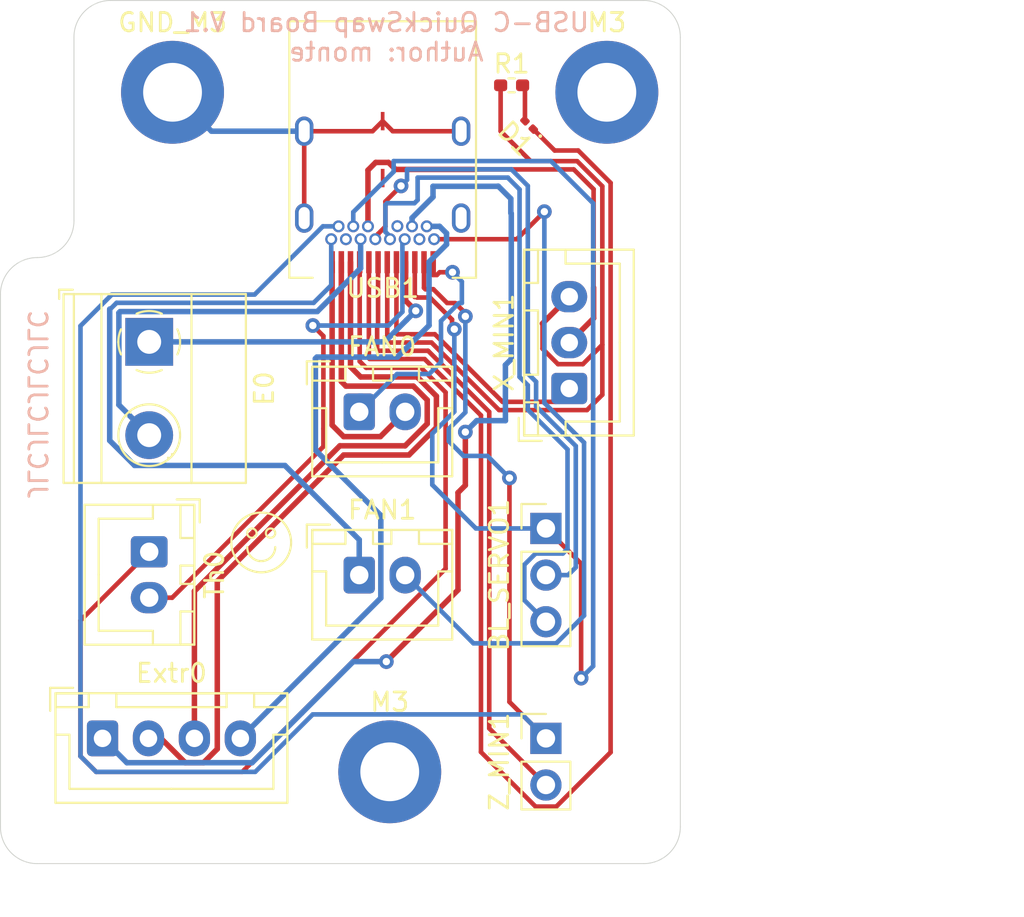
<source format=kicad_pcb>
(kicad_pcb (version 20171130) (host pcbnew "(5.1.9)-1")

  (general
    (thickness 1.6)
    (drawings 17)
    (tracks 289)
    (zones 0)
    (modules 14)
    (nets 26)
  )

  (page A4)
  (layers
    (0 F.Cu signal)
    (31 B.Cu signal)
    (32 B.Adhes user)
    (33 F.Adhes user)
    (34 B.Paste user)
    (35 F.Paste user)
    (36 B.SilkS user)
    (37 F.SilkS user)
    (38 B.Mask user)
    (39 F.Mask user)
    (40 Dwgs.User user)
    (41 Cmts.User user)
    (42 Eco1.User user)
    (43 Eco2.User user)
    (44 Edge.Cuts user)
    (45 Margin user)
    (46 B.CrtYd user)
    (47 F.CrtYd user)
    (48 B.Fab user)
    (49 F.Fab user)
  )

  (setup
    (last_trace_width 0.3)
    (user_trace_width 0.3)
    (user_trace_width 0.7)
    (user_trace_width 1.15)
    (user_trace_width 1.5)
    (user_trace_width 2)
    (trace_clearance 0.2)
    (zone_clearance 0.508)
    (zone_45_only no)
    (trace_min 0.2)
    (via_size 0.8)
    (via_drill 0.4)
    (via_min_size 0.4)
    (via_min_drill 0.3)
    (user_via 0.4 0.3)
    (uvia_size 0.3)
    (uvia_drill 0.1)
    (uvias_allowed no)
    (uvia_min_size 0.2)
    (uvia_min_drill 0.1)
    (edge_width 0.05)
    (segment_width 0.2)
    (pcb_text_width 0.3)
    (pcb_text_size 1.5 1.5)
    (mod_edge_width 0.12)
    (mod_text_size 1 1)
    (mod_text_width 0.15)
    (pad_size 1.524 1.524)
    (pad_drill 0.762)
    (pad_to_mask_clearance 0)
    (aux_axis_origin 0 0)
    (grid_origin 125.475 73.15)
    (visible_elements 7FFFFFFF)
    (pcbplotparams
      (layerselection 0x010fc_ffffffff)
      (usegerberextensions false)
      (usegerberattributes true)
      (usegerberadvancedattributes true)
      (creategerberjobfile true)
      (excludeedgelayer true)
      (linewidth 0.100000)
      (plotframeref false)
      (viasonmask false)
      (mode 1)
      (useauxorigin false)
      (hpglpennumber 1)
      (hpglpenspeed 20)
      (hpglpendiameter 15.000000)
      (psnegative false)
      (psa4output false)
      (plotreference true)
      (plotvalue true)
      (plotinvisibletext false)
      (padsonsilk false)
      (subtractmaskfromsilk false)
      (outputformat 1)
      (mirror false)
      (drillshape 1)
      (scaleselection 1)
      (outputdirectory ""))
  )

  (net 0 "")
  (net 1 "Net-(BL_SERVO1-Pad1)")
  (net 2 BL+5V)
  (net 3 "Net-(BL_SERVO1-Pad3)")
  (net 4 "Net-(D1-Pad1)")
  (net 5 "Net-(D1-Pad2)")
  (net 6 "Net-(E0-Pad1)")
  (net 7 "Net-(E0-Pad2)")
  (net 8 "Net-(Extr0-Pad1)")
  (net 9 "Net-(Extr0-Pad2)")
  (net 10 "Net-(Extr0-Pad3)")
  (net 11 "Net-(Extr0-Pad4)")
  (net 12 "Net-(FAN0-Pad1)")
  (net 13 "Net-(FAN0-Pad2)")
  (net 14 "Net-(FAN1-Pad2)")
  (net 15 "Net-(FAN1-Pad1)")
  (net 16 END+5V)
  (net 17 "Net-(Th0-Pad1)")
  (net 18 "Net-(Th0-Pad2)")
  (net 19 GND)
  (net 20 "Net-(USB1-Pad14)")
  (net 21 "Net-(USB1-Pad5)")
  (net 22 "Net-(USB1-Pad7)")
  (net 23 "Net-(USB1-Pad17)")
  (net 24 "Net-(USB1-Pad20)")
  (net 25 "Net-(USB1-Pad25)")

  (net_class Default "This is the default net class."
    (clearance 0.2)
    (trace_width 0.25)
    (via_dia 0.8)
    (via_drill 0.4)
    (uvia_dia 0.3)
    (uvia_drill 0.1)
    (add_net BL+5V)
    (add_net END+5V)
    (add_net GND)
    (add_net "Net-(BL_SERVO1-Pad1)")
    (add_net "Net-(BL_SERVO1-Pad3)")
    (add_net "Net-(D1-Pad1)")
    (add_net "Net-(D1-Pad2)")
    (add_net "Net-(E0-Pad1)")
    (add_net "Net-(E0-Pad2)")
    (add_net "Net-(Extr0-Pad1)")
    (add_net "Net-(Extr0-Pad2)")
    (add_net "Net-(Extr0-Pad3)")
    (add_net "Net-(Extr0-Pad4)")
    (add_net "Net-(FAN0-Pad1)")
    (add_net "Net-(FAN0-Pad2)")
    (add_net "Net-(FAN1-Pad1)")
    (add_net "Net-(FAN1-Pad2)")
    (add_net "Net-(Th0-Pad1)")
    (add_net "Net-(Th0-Pad2)")
    (add_net "Net-(USB1-Pad14)")
    (add_net "Net-(USB1-Pad17)")
    (add_net "Net-(USB1-Pad20)")
    (add_net "Net-(USB1-Pad25)")
    (add_net "Net-(USB1-Pad5)")
    (add_net "Net-(USB1-Pad7)")
  )

  (module MountingHole:MountingHole_3.2mm_M3_DIN965_Pad_TopBottom (layer F.Cu) (tedit 56D1B4CB) (tstamp 60386A29)
    (at 128.66 102.15)
    (descr "Mounting Hole 3.2mm, M3, DIN965")
    (tags "mounting hole 3.2mm m3 din965")
    (attr virtual)
    (fp_text reference M3 (at 0 -3.8) (layer F.SilkS)
      (effects (font (size 1 1) (thickness 0.15)))
    )
    (fp_text value MountingHole_3.2mm_M3_DIN965_Pad_TopBottom (at 0 3.8) (layer F.Fab)
      (effects (font (size 1 1) (thickness 0.15)))
    )
    (fp_circle (center 0 0) (end 3.05 0) (layer F.CrtYd) (width 0.05))
    (fp_circle (center 0 0) (end 2.8 0) (layer Cmts.User) (width 0.15))
    (fp_text user %R (at 0.3 0) (layer F.Fab)
      (effects (font (size 1 1) (thickness 0.15)))
    )
    (pad 1 connect circle (at 0 0) (size 5.6 5.6) (layers B.Cu B.Mask))
    (pad 1 connect circle (at 0 0) (size 5.6 5.6) (layers F.Cu F.Mask))
    (pad 1 thru_hole circle (at 0 0) (size 3.6 3.6) (drill 3.2) (layers *.Cu *.Mask))
  )

  (module MountingHole:MountingHole_3.2mm_M3_DIN965_Pad_TopBottom (layer F.Cu) (tedit 56D1B4CB) (tstamp 603869C4)
    (at 140.475 65.15)
    (descr "Mounting Hole 3.2mm, M3, DIN965")
    (tags "mounting hole 3.2mm m3 din965")
    (attr virtual)
    (fp_text reference M3 (at 0 -3.8) (layer F.SilkS)
      (effects (font (size 1 1) (thickness 0.15)))
    )
    (fp_text value MountingHole_3.2mm_M3_DIN965_Pad_TopBottom (at 0 3.8) (layer F.Fab)
      (effects (font (size 1 1) (thickness 0.15)))
    )
    (fp_circle (center 0 0) (end 3.05 0) (layer F.CrtYd) (width 0.05))
    (fp_circle (center 0 0) (end 2.8 0) (layer Cmts.User) (width 0.15))
    (fp_text user %R (at 0.3 0) (layer F.Fab)
      (effects (font (size 1 1) (thickness 0.15)))
    )
    (pad 1 connect circle (at 0 0) (size 5.6 5.6) (layers B.Cu B.Mask))
    (pad 1 connect circle (at 0 0) (size 5.6 5.6) (layers F.Cu F.Mask))
    (pad 1 thru_hole circle (at 0 0) (size 3.6 3.6) (drill 3.2) (layers *.Cu *.Mask))
  )

  (module Resistor_SMD:R_0402_1005Metric_Pad0.72x0.64mm_HandSolder (layer F.Cu) (tedit 5F6BB9E0) (tstamp 6037DC79)
    (at 135.2925 64.77)
    (descr "Resistor SMD 0402 (1005 Metric), square (rectangular) end terminal, IPC_7351 nominal with elongated pad for handsoldering. (Body size source: IPC-SM-782 page 72, https://www.pcb-3d.com/wordpress/wp-content/uploads/ipc-sm-782a_amendment_1_and_2.pdf), generated with kicad-footprint-generator")
    (tags "resistor handsolder")
    (path /6039943C)
    (attr smd)
    (fp_text reference R1 (at 0 -1.17) (layer F.SilkS)
      (effects (font (size 1 1) (thickness 0.15)))
    )
    (fp_text value 165Ω (at 0 1.17) (layer F.Fab)
      (effects (font (size 1 1) (thickness 0.15)))
    )
    (fp_line (start -0.525 0.27) (end -0.525 -0.27) (layer F.Fab) (width 0.1))
    (fp_line (start -0.525 -0.27) (end 0.525 -0.27) (layer F.Fab) (width 0.1))
    (fp_line (start 0.525 -0.27) (end 0.525 0.27) (layer F.Fab) (width 0.1))
    (fp_line (start 0.525 0.27) (end -0.525 0.27) (layer F.Fab) (width 0.1))
    (fp_line (start -0.167621 -0.38) (end 0.167621 -0.38) (layer F.SilkS) (width 0.12))
    (fp_line (start -0.167621 0.38) (end 0.167621 0.38) (layer F.SilkS) (width 0.12))
    (fp_line (start -1.1 0.47) (end -1.1 -0.47) (layer F.CrtYd) (width 0.05))
    (fp_line (start -1.1 -0.47) (end 1.1 -0.47) (layer F.CrtYd) (width 0.05))
    (fp_line (start 1.1 -0.47) (end 1.1 0.47) (layer F.CrtYd) (width 0.05))
    (fp_line (start 1.1 0.47) (end -1.1 0.47) (layer F.CrtYd) (width 0.05))
    (fp_text user %R (at 0 0) (layer F.Fab)
      (effects (font (size 0.26 0.26) (thickness 0.04)))
    )
    (pad 1 smd roundrect (at -0.5975 0) (size 0.715 0.64) (layers F.Cu F.Paste F.Mask) (roundrect_rratio 0.25)
      (net 16 END+5V))
    (pad 2 smd roundrect (at 0.5975 0) (size 0.715 0.64) (layers F.Cu F.Paste F.Mask) (roundrect_rratio 0.25)
      (net 5 "Net-(D1-Pad2)"))
    (model ${KISYS3DMOD}/Resistor_SMD.3dshapes/R_0402_1005Metric.wrl
      (at (xyz 0 0 0))
      (scale (xyz 1 1 1))
      (rotate (xyz 0 0 0))
    )
  )

  (module Connector_JST:JST_XH_B2B-XH-A_1x02_P2.50mm_Vertical (layer F.Cu) (tedit 5C28146C) (tstamp 6037DC5E)
    (at 127 91.44)
    (descr "JST XH series connector, B2B-XH-A (http://www.jst-mfg.com/product/pdf/eng/eXH.pdf), generated with kicad-footprint-generator")
    (tags "connector JST XH vertical")
    (path /603C9BDE)
    (fp_text reference FAN1 (at 1.25 -3.55) (layer F.SilkS)
      (effects (font (size 1 1) (thickness 0.15)))
    )
    (fp_text value Conn_01x02_Female (at 1.25 4.6) (layer F.Fab)
      (effects (font (size 1 1) (thickness 0.15)))
    )
    (fp_line (start -2.85 -2.75) (end -2.85 -1.5) (layer F.SilkS) (width 0.12))
    (fp_line (start -1.6 -2.75) (end -2.85 -2.75) (layer F.SilkS) (width 0.12))
    (fp_line (start 4.3 2.75) (end 1.25 2.75) (layer F.SilkS) (width 0.12))
    (fp_line (start 4.3 -0.2) (end 4.3 2.75) (layer F.SilkS) (width 0.12))
    (fp_line (start 5.05 -0.2) (end 4.3 -0.2) (layer F.SilkS) (width 0.12))
    (fp_line (start -1.8 2.75) (end 1.25 2.75) (layer F.SilkS) (width 0.12))
    (fp_line (start -1.8 -0.2) (end -1.8 2.75) (layer F.SilkS) (width 0.12))
    (fp_line (start -2.55 -0.2) (end -1.8 -0.2) (layer F.SilkS) (width 0.12))
    (fp_line (start 5.05 -2.45) (end 3.25 -2.45) (layer F.SilkS) (width 0.12))
    (fp_line (start 5.05 -1.7) (end 5.05 -2.45) (layer F.SilkS) (width 0.12))
    (fp_line (start 3.25 -1.7) (end 5.05 -1.7) (layer F.SilkS) (width 0.12))
    (fp_line (start 3.25 -2.45) (end 3.25 -1.7) (layer F.SilkS) (width 0.12))
    (fp_line (start -0.75 -2.45) (end -2.55 -2.45) (layer F.SilkS) (width 0.12))
    (fp_line (start -0.75 -1.7) (end -0.75 -2.45) (layer F.SilkS) (width 0.12))
    (fp_line (start -2.55 -1.7) (end -0.75 -1.7) (layer F.SilkS) (width 0.12))
    (fp_line (start -2.55 -2.45) (end -2.55 -1.7) (layer F.SilkS) (width 0.12))
    (fp_line (start 1.75 -2.45) (end 0.75 -2.45) (layer F.SilkS) (width 0.12))
    (fp_line (start 1.75 -1.7) (end 1.75 -2.45) (layer F.SilkS) (width 0.12))
    (fp_line (start 0.75 -1.7) (end 1.75 -1.7) (layer F.SilkS) (width 0.12))
    (fp_line (start 0.75 -2.45) (end 0.75 -1.7) (layer F.SilkS) (width 0.12))
    (fp_line (start 0 -1.35) (end 0.625 -2.35) (layer F.Fab) (width 0.1))
    (fp_line (start -0.625 -2.35) (end 0 -1.35) (layer F.Fab) (width 0.1))
    (fp_line (start 5.45 -2.85) (end -2.95 -2.85) (layer F.CrtYd) (width 0.05))
    (fp_line (start 5.45 3.9) (end 5.45 -2.85) (layer F.CrtYd) (width 0.05))
    (fp_line (start -2.95 3.9) (end 5.45 3.9) (layer F.CrtYd) (width 0.05))
    (fp_line (start -2.95 -2.85) (end -2.95 3.9) (layer F.CrtYd) (width 0.05))
    (fp_line (start 5.06 -2.46) (end -2.56 -2.46) (layer F.SilkS) (width 0.12))
    (fp_line (start 5.06 3.51) (end 5.06 -2.46) (layer F.SilkS) (width 0.12))
    (fp_line (start -2.56 3.51) (end 5.06 3.51) (layer F.SilkS) (width 0.12))
    (fp_line (start -2.56 -2.46) (end -2.56 3.51) (layer F.SilkS) (width 0.12))
    (fp_line (start 4.95 -2.35) (end -2.45 -2.35) (layer F.Fab) (width 0.1))
    (fp_line (start 4.95 3.4) (end 4.95 -2.35) (layer F.Fab) (width 0.1))
    (fp_line (start -2.45 3.4) (end 4.95 3.4) (layer F.Fab) (width 0.1))
    (fp_line (start -2.45 -2.35) (end -2.45 3.4) (layer F.Fab) (width 0.1))
    (fp_text user %R (at 1.25 2.7) (layer F.Fab)
      (effects (font (size 1 1) (thickness 0.15)))
    )
    (pad 2 thru_hole oval (at 2.5 0) (size 1.7 2) (drill 1) (layers *.Cu *.Mask)
      (net 14 "Net-(FAN1-Pad2)"))
    (pad 1 thru_hole roundrect (at 0 0) (size 1.7 2) (drill 1) (layers *.Cu *.Mask) (roundrect_rratio 0.147059)
      (net 15 "Net-(FAN1-Pad1)"))
    (model ${KISYS3DMOD}/Connector_JST.3dshapes/JST_XH_B2B-XH-A_1x02_P2.50mm_Vertical.wrl
      (at (xyz 0 0 0))
      (scale (xyz 1 1 1))
      (rotate (xyz 0 0 0))
    )
  )

  (module MountingHole:MountingHole_3.2mm_M3_DIN965_Pad_TopBottom (layer F.Cu) (tedit 56D1B4CB) (tstamp 6037DC68)
    (at 116.84 65.15)
    (descr "Mounting Hole 3.2mm, M3, DIN965")
    (tags "mounting hole 3.2mm m3 din965")
    (path /603CA33C)
    (attr virtual)
    (fp_text reference GND_M3 (at 0 -3.8) (layer F.SilkS)
      (effects (font (size 1 1) (thickness 0.15)))
    )
    (fp_text value M3 (at 0 3.8) (layer F.Fab)
      (effects (font (size 1 1) (thickness 0.15)))
    )
    (fp_circle (center 0 0) (end 2.8 0) (layer Cmts.User) (width 0.15))
    (fp_circle (center 0 0) (end 3.05 0) (layer F.CrtYd) (width 0.05))
    (fp_text user %R (at 0.3 0) (layer F.Fab)
      (effects (font (size 1 1) (thickness 0.15)))
    )
    (pad 1 thru_hole circle (at 0 0) (size 3.6 3.6) (drill 3.2) (layers *.Cu *.Mask)
      (net 19 GND))
    (pad 1 connect circle (at 0 0) (size 5.6 5.6) (layers F.Cu F.Mask)
      (net 19 GND))
    (pad 1 connect circle (at 0 0) (size 5.6 5.6) (layers B.Cu B.Mask)
      (net 19 GND))
  )

  (module LED_SMD:LED_0201_0603Metric (layer F.Cu) (tedit 5F68FEF1) (tstamp 6037DBB5)
    (at 136.245 66.93 135)
    (descr "LED SMD 0201 (0603 Metric), square (rectangular) end terminal, IPC_7351 nominal, (Body size source: https://www.vishay.com/docs/20052/crcw0201e3.pdf), generated with kicad-footprint-generator")
    (tags LED)
    (path /60399435)
    (attr smd)
    (fp_text reference D1 (at 0 -1.05 135) (layer F.SilkS)
      (effects (font (size 1 1) (thickness 0.15)))
    )
    (fp_text value LED_GRN (at 0 1.05 135) (layer F.Fab)
      (effects (font (size 1 1) (thickness 0.15)))
    )
    (fp_circle (center -0.86 0) (end -0.81 0) (layer F.SilkS) (width 0.1))
    (fp_line (start -0.3 0.15) (end -0.3 -0.15) (layer F.Fab) (width 0.1))
    (fp_line (start -0.3 -0.15) (end 0.3 -0.15) (layer F.Fab) (width 0.1))
    (fp_line (start 0.3 -0.15) (end 0.3 0.15) (layer F.Fab) (width 0.1))
    (fp_line (start 0.3 0.15) (end -0.3 0.15) (layer F.Fab) (width 0.1))
    (fp_line (start -0.2 0.15) (end -0.2 -0.15) (layer F.Fab) (width 0.1))
    (fp_line (start -0.1 0.15) (end -0.1 -0.15) (layer F.Fab) (width 0.1))
    (fp_line (start -0.7 0.35) (end -0.7 -0.35) (layer F.CrtYd) (width 0.05))
    (fp_line (start -0.7 -0.35) (end 0.7 -0.35) (layer F.CrtYd) (width 0.05))
    (fp_line (start 0.7 -0.35) (end 0.7 0.35) (layer F.CrtYd) (width 0.05))
    (fp_line (start 0.7 0.35) (end -0.7 0.35) (layer F.CrtYd) (width 0.05))
    (fp_text user %R (at 0 -0.68 135) (layer F.Fab)
      (effects (font (size 0.25 0.25) (thickness 0.04)))
    )
    (pad "" smd roundrect (at -0.345 0 135) (size 0.318 0.36) (layers F.Paste) (roundrect_rratio 0.25))
    (pad "" smd roundrect (at 0.345 0 135) (size 0.318 0.36) (layers F.Paste) (roundrect_rratio 0.25))
    (pad 1 smd roundrect (at -0.32 0 135) (size 0.46 0.4) (layers F.Cu F.Mask) (roundrect_rratio 0.25)
      (net 4 "Net-(D1-Pad1)"))
    (pad 2 smd roundrect (at 0.32 0 135) (size 0.46 0.4) (layers F.Cu F.Mask) (roundrect_rratio 0.25)
      (net 5 "Net-(D1-Pad2)"))
    (model ${KISYS3DMOD}/LED_SMD.3dshapes/LED_0201_0603Metric.wrl
      (at (xyz 0 0 0))
      (scale (xyz 1 1 1))
      (rotate (xyz 0 0 0))
    )
  )

  (module Connector_PinHeader_2.54mm:PinHeader_1x03_P2.54mm_Vertical (layer F.Cu) (tedit 59FED5CC) (tstamp 6037DBA1)
    (at 137.16 88.9)
    (descr "Through hole straight pin header, 1x03, 2.54mm pitch, single row")
    (tags "Through hole pin header THT 1x03 2.54mm single row")
    (path /6039FAE3)
    (fp_text reference BL_SERVO1 (at -2.54 2.54 270) (layer F.SilkS)
      (effects (font (size 1 1) (thickness 0.15)))
    )
    (fp_text value BL_SERVO (at 0 7.41) (layer F.Fab)
      (effects (font (size 1 1) (thickness 0.15)))
    )
    (fp_line (start -0.635 -1.27) (end 1.27 -1.27) (layer F.Fab) (width 0.1))
    (fp_line (start 1.27 -1.27) (end 1.27 6.35) (layer F.Fab) (width 0.1))
    (fp_line (start 1.27 6.35) (end -1.27 6.35) (layer F.Fab) (width 0.1))
    (fp_line (start -1.27 6.35) (end -1.27 -0.635) (layer F.Fab) (width 0.1))
    (fp_line (start -1.27 -0.635) (end -0.635 -1.27) (layer F.Fab) (width 0.1))
    (fp_line (start -1.33 6.41) (end 1.33 6.41) (layer F.SilkS) (width 0.12))
    (fp_line (start -1.33 1.27) (end -1.33 6.41) (layer F.SilkS) (width 0.12))
    (fp_line (start 1.33 1.27) (end 1.33 6.41) (layer F.SilkS) (width 0.12))
    (fp_line (start -1.33 1.27) (end 1.33 1.27) (layer F.SilkS) (width 0.12))
    (fp_line (start -1.33 0) (end -1.33 -1.33) (layer F.SilkS) (width 0.12))
    (fp_line (start -1.33 -1.33) (end 0 -1.33) (layer F.SilkS) (width 0.12))
    (fp_line (start -1.8 -1.8) (end -1.8 6.85) (layer F.CrtYd) (width 0.05))
    (fp_line (start -1.8 6.85) (end 1.8 6.85) (layer F.CrtYd) (width 0.05))
    (fp_line (start 1.8 6.85) (end 1.8 -1.8) (layer F.CrtYd) (width 0.05))
    (fp_line (start 1.8 -1.8) (end -1.8 -1.8) (layer F.CrtYd) (width 0.05))
    (fp_text user %R (at 0 2.54 90) (layer F.Fab)
      (effects (font (size 1 1) (thickness 0.15)))
    )
    (pad 1 thru_hole rect (at 0 0) (size 1.7 1.7) (drill 1) (layers *.Cu *.Mask)
      (net 1 "Net-(BL_SERVO1-Pad1)"))
    (pad 2 thru_hole oval (at 0 2.54) (size 1.7 1.7) (drill 1) (layers *.Cu *.Mask)
      (net 2 BL+5V))
    (pad 3 thru_hole oval (at 0 5.08) (size 1.7 1.7) (drill 1) (layers *.Cu *.Mask)
      (net 3 "Net-(BL_SERVO1-Pad3)"))
    (model ${KISYS3DMOD}/Connector_PinHeader_2.54mm.3dshapes/PinHeader_1x03_P2.54mm_Vertical.wrl
      (at (xyz 0 0 0))
      (scale (xyz 1 1 1))
      (rotate (xyz 0 0 0))
    )
  )

  (module Connector_JST:JST_XH_B4B-XH-A_1x04_P2.50mm_Vertical (layer F.Cu) (tedit 5C28146C) (tstamp 6037DC0C)
    (at 113.03 100.33)
    (descr "JST XH series connector, B4B-XH-A (http://www.jst-mfg.com/product/pdf/eng/eXH.pdf), generated with kicad-footprint-generator")
    (tags "connector JST XH vertical")
    (path /6038E894)
    (fp_text reference Extr0 (at 3.75 -3.55) (layer F.SilkS)
      (effects (font (size 1 1) (thickness 0.15)))
    )
    (fp_text value Conn_01x04_Female (at 3.75 4.6) (layer F.Fab)
      (effects (font (size 1 1) (thickness 0.15)))
    )
    (fp_line (start -2.45 -2.35) (end -2.45 3.4) (layer F.Fab) (width 0.1))
    (fp_line (start -2.45 3.4) (end 9.95 3.4) (layer F.Fab) (width 0.1))
    (fp_line (start 9.95 3.4) (end 9.95 -2.35) (layer F.Fab) (width 0.1))
    (fp_line (start 9.95 -2.35) (end -2.45 -2.35) (layer F.Fab) (width 0.1))
    (fp_line (start -2.56 -2.46) (end -2.56 3.51) (layer F.SilkS) (width 0.12))
    (fp_line (start -2.56 3.51) (end 10.06 3.51) (layer F.SilkS) (width 0.12))
    (fp_line (start 10.06 3.51) (end 10.06 -2.46) (layer F.SilkS) (width 0.12))
    (fp_line (start 10.06 -2.46) (end -2.56 -2.46) (layer F.SilkS) (width 0.12))
    (fp_line (start -2.95 -2.85) (end -2.95 3.9) (layer F.CrtYd) (width 0.05))
    (fp_line (start -2.95 3.9) (end 10.45 3.9) (layer F.CrtYd) (width 0.05))
    (fp_line (start 10.45 3.9) (end 10.45 -2.85) (layer F.CrtYd) (width 0.05))
    (fp_line (start 10.45 -2.85) (end -2.95 -2.85) (layer F.CrtYd) (width 0.05))
    (fp_line (start -0.625 -2.35) (end 0 -1.35) (layer F.Fab) (width 0.1))
    (fp_line (start 0 -1.35) (end 0.625 -2.35) (layer F.Fab) (width 0.1))
    (fp_line (start 0.75 -2.45) (end 0.75 -1.7) (layer F.SilkS) (width 0.12))
    (fp_line (start 0.75 -1.7) (end 6.75 -1.7) (layer F.SilkS) (width 0.12))
    (fp_line (start 6.75 -1.7) (end 6.75 -2.45) (layer F.SilkS) (width 0.12))
    (fp_line (start 6.75 -2.45) (end 0.75 -2.45) (layer F.SilkS) (width 0.12))
    (fp_line (start -2.55 -2.45) (end -2.55 -1.7) (layer F.SilkS) (width 0.12))
    (fp_line (start -2.55 -1.7) (end -0.75 -1.7) (layer F.SilkS) (width 0.12))
    (fp_line (start -0.75 -1.7) (end -0.75 -2.45) (layer F.SilkS) (width 0.12))
    (fp_line (start -0.75 -2.45) (end -2.55 -2.45) (layer F.SilkS) (width 0.12))
    (fp_line (start 8.25 -2.45) (end 8.25 -1.7) (layer F.SilkS) (width 0.12))
    (fp_line (start 8.25 -1.7) (end 10.05 -1.7) (layer F.SilkS) (width 0.12))
    (fp_line (start 10.05 -1.7) (end 10.05 -2.45) (layer F.SilkS) (width 0.12))
    (fp_line (start 10.05 -2.45) (end 8.25 -2.45) (layer F.SilkS) (width 0.12))
    (fp_line (start -2.55 -0.2) (end -1.8 -0.2) (layer F.SilkS) (width 0.12))
    (fp_line (start -1.8 -0.2) (end -1.8 2.75) (layer F.SilkS) (width 0.12))
    (fp_line (start -1.8 2.75) (end 3.75 2.75) (layer F.SilkS) (width 0.12))
    (fp_line (start 10.05 -0.2) (end 9.3 -0.2) (layer F.SilkS) (width 0.12))
    (fp_line (start 9.3 -0.2) (end 9.3 2.75) (layer F.SilkS) (width 0.12))
    (fp_line (start 9.3 2.75) (end 3.75 2.75) (layer F.SilkS) (width 0.12))
    (fp_line (start -1.6 -2.75) (end -2.85 -2.75) (layer F.SilkS) (width 0.12))
    (fp_line (start -2.85 -2.75) (end -2.85 -1.5) (layer F.SilkS) (width 0.12))
    (fp_text user %R (at 3.75 2.7) (layer F.Fab)
      (effects (font (size 1 1) (thickness 0.15)))
    )
    (pad 1 thru_hole roundrect (at 0 0) (size 1.7 1.95) (drill 0.95) (layers *.Cu *.Mask) (roundrect_rratio 0.147059)
      (net 8 "Net-(Extr0-Pad1)"))
    (pad 2 thru_hole oval (at 2.5 0) (size 1.7 1.95) (drill 0.95) (layers *.Cu *.Mask)
      (net 9 "Net-(Extr0-Pad2)"))
    (pad 3 thru_hole oval (at 5 0) (size 1.7 1.95) (drill 0.95) (layers *.Cu *.Mask)
      (net 10 "Net-(Extr0-Pad3)"))
    (pad 4 thru_hole oval (at 7.5 0) (size 1.7 1.95) (drill 0.95) (layers *.Cu *.Mask)
      (net 11 "Net-(Extr0-Pad4)"))
    (model ${KISYS3DMOD}/Connector_JST.3dshapes/JST_XH_B4B-XH-A_1x04_P2.50mm_Vertical.wrl
      (at (xyz 0 0 0))
      (scale (xyz 1 1 1))
      (rotate (xyz 0 0 0))
    )
  )

  (module Connector_JST:JST_XH_B2B-XH-A_1x02_P2.50mm_Vertical (layer F.Cu) (tedit 5C28146C) (tstamp 6037DC35)
    (at 127 82.55)
    (descr "JST XH series connector, B2B-XH-A (http://www.jst-mfg.com/product/pdf/eng/eXH.pdf), generated with kicad-footprint-generator")
    (tags "connector JST XH vertical")
    (path /603C9BE4)
    (fp_text reference FAN0 (at 1.25 -3.55) (layer F.SilkS)
      (effects (font (size 1 1) (thickness 0.15)))
    )
    (fp_text value Conn_01x02_Female (at 1.25 4.6) (layer F.Fab)
      (effects (font (size 1 1) (thickness 0.15)))
    )
    (fp_line (start -2.45 -2.35) (end -2.45 3.4) (layer F.Fab) (width 0.1))
    (fp_line (start -2.45 3.4) (end 4.95 3.4) (layer F.Fab) (width 0.1))
    (fp_line (start 4.95 3.4) (end 4.95 -2.35) (layer F.Fab) (width 0.1))
    (fp_line (start 4.95 -2.35) (end -2.45 -2.35) (layer F.Fab) (width 0.1))
    (fp_line (start -2.56 -2.46) (end -2.56 3.51) (layer F.SilkS) (width 0.12))
    (fp_line (start -2.56 3.51) (end 5.06 3.51) (layer F.SilkS) (width 0.12))
    (fp_line (start 5.06 3.51) (end 5.06 -2.46) (layer F.SilkS) (width 0.12))
    (fp_line (start 5.06 -2.46) (end -2.56 -2.46) (layer F.SilkS) (width 0.12))
    (fp_line (start -2.95 -2.85) (end -2.95 3.9) (layer F.CrtYd) (width 0.05))
    (fp_line (start -2.95 3.9) (end 5.45 3.9) (layer F.CrtYd) (width 0.05))
    (fp_line (start 5.45 3.9) (end 5.45 -2.85) (layer F.CrtYd) (width 0.05))
    (fp_line (start 5.45 -2.85) (end -2.95 -2.85) (layer F.CrtYd) (width 0.05))
    (fp_line (start -0.625 -2.35) (end 0 -1.35) (layer F.Fab) (width 0.1))
    (fp_line (start 0 -1.35) (end 0.625 -2.35) (layer F.Fab) (width 0.1))
    (fp_line (start 0.75 -2.45) (end 0.75 -1.7) (layer F.SilkS) (width 0.12))
    (fp_line (start 0.75 -1.7) (end 1.75 -1.7) (layer F.SilkS) (width 0.12))
    (fp_line (start 1.75 -1.7) (end 1.75 -2.45) (layer F.SilkS) (width 0.12))
    (fp_line (start 1.75 -2.45) (end 0.75 -2.45) (layer F.SilkS) (width 0.12))
    (fp_line (start -2.55 -2.45) (end -2.55 -1.7) (layer F.SilkS) (width 0.12))
    (fp_line (start -2.55 -1.7) (end -0.75 -1.7) (layer F.SilkS) (width 0.12))
    (fp_line (start -0.75 -1.7) (end -0.75 -2.45) (layer F.SilkS) (width 0.12))
    (fp_line (start -0.75 -2.45) (end -2.55 -2.45) (layer F.SilkS) (width 0.12))
    (fp_line (start 3.25 -2.45) (end 3.25 -1.7) (layer F.SilkS) (width 0.12))
    (fp_line (start 3.25 -1.7) (end 5.05 -1.7) (layer F.SilkS) (width 0.12))
    (fp_line (start 5.05 -1.7) (end 5.05 -2.45) (layer F.SilkS) (width 0.12))
    (fp_line (start 5.05 -2.45) (end 3.25 -2.45) (layer F.SilkS) (width 0.12))
    (fp_line (start -2.55 -0.2) (end -1.8 -0.2) (layer F.SilkS) (width 0.12))
    (fp_line (start -1.8 -0.2) (end -1.8 2.75) (layer F.SilkS) (width 0.12))
    (fp_line (start -1.8 2.75) (end 1.25 2.75) (layer F.SilkS) (width 0.12))
    (fp_line (start 5.05 -0.2) (end 4.3 -0.2) (layer F.SilkS) (width 0.12))
    (fp_line (start 4.3 -0.2) (end 4.3 2.75) (layer F.SilkS) (width 0.12))
    (fp_line (start 4.3 2.75) (end 1.25 2.75) (layer F.SilkS) (width 0.12))
    (fp_line (start -1.6 -2.75) (end -2.85 -2.75) (layer F.SilkS) (width 0.12))
    (fp_line (start -2.85 -2.75) (end -2.85 -1.5) (layer F.SilkS) (width 0.12))
    (fp_text user %R (at 1.25 2.7) (layer F.Fab)
      (effects (font (size 1 1) (thickness 0.15)))
    )
    (pad 1 thru_hole roundrect (at 0 0) (size 1.7 2) (drill 1) (layers *.Cu *.Mask) (roundrect_rratio 0.147059)
      (net 12 "Net-(FAN0-Pad1)"))
    (pad 2 thru_hole oval (at 2.5 0) (size 1.7 2) (drill 1) (layers *.Cu *.Mask)
      (net 13 "Net-(FAN0-Pad2)"))
    (model ${KISYS3DMOD}/Connector_JST.3dshapes/JST_XH_B2B-XH-A_1x02_P2.50mm_Vertical.wrl
      (at (xyz 0 0 0))
      (scale (xyz 1 1 1))
      (rotate (xyz 0 0 0))
    )
  )

  (module TerminalBlock_Phoenix:TerminalBlock_Phoenix_MKDS-1,5-2-5.08_1x02_P5.08mm_Horizontal (layer F.Cu) (tedit 5B294EBC) (tstamp 6037DBE1)
    (at 115.57 78.74 270)
    (descr "Terminal Block Phoenix MKDS-1,5-2-5.08, 2 pins, pitch 5.08mm, size 10.2x9.8mm^2, drill diamater 1.3mm, pad diameter 2.6mm, see http://www.farnell.com/datasheets/100425.pdf, script-generated using https://github.com/pointhi/kicad-footprint-generator/scripts/TerminalBlock_Phoenix")
    (tags "THT Terminal Block Phoenix MKDS-1,5-2-5.08 pitch 5.08mm size 10.2x9.8mm^2 drill 1.3mm pad 2.6mm")
    (path /603A491A)
    (fp_text reference E0 (at 2.54 -6.26 90) (layer F.SilkS)
      (effects (font (size 1 1) (thickness 0.15)))
    )
    (fp_text value E0 (at 2.54 5.66 90) (layer F.Fab)
      (effects (font (size 1 1) (thickness 0.15)))
    )
    (fp_circle (center 0 0) (end 1.5 0) (layer F.Fab) (width 0.1))
    (fp_circle (center 5.08 0) (end 6.58 0) (layer F.Fab) (width 0.1))
    (fp_circle (center 5.08 0) (end 6.76 0) (layer F.SilkS) (width 0.12))
    (fp_line (start -2.54 -5.2) (end 7.62 -5.2) (layer F.Fab) (width 0.1))
    (fp_line (start 7.62 -5.2) (end 7.62 4.6) (layer F.Fab) (width 0.1))
    (fp_line (start 7.62 4.6) (end -2.04 4.6) (layer F.Fab) (width 0.1))
    (fp_line (start -2.04 4.6) (end -2.54 4.1) (layer F.Fab) (width 0.1))
    (fp_line (start -2.54 4.1) (end -2.54 -5.2) (layer F.Fab) (width 0.1))
    (fp_line (start -2.54 4.1) (end 7.62 4.1) (layer F.Fab) (width 0.1))
    (fp_line (start -2.6 4.1) (end 7.68 4.1) (layer F.SilkS) (width 0.12))
    (fp_line (start -2.54 2.6) (end 7.62 2.6) (layer F.Fab) (width 0.1))
    (fp_line (start -2.6 2.6) (end 7.68 2.6) (layer F.SilkS) (width 0.12))
    (fp_line (start -2.54 -2.3) (end 7.62 -2.3) (layer F.Fab) (width 0.1))
    (fp_line (start -2.6 -2.301) (end 7.68 -2.301) (layer F.SilkS) (width 0.12))
    (fp_line (start -2.6 -5.261) (end 7.68 -5.261) (layer F.SilkS) (width 0.12))
    (fp_line (start -2.6 4.66) (end 7.68 4.66) (layer F.SilkS) (width 0.12))
    (fp_line (start -2.6 -5.261) (end -2.6 4.66) (layer F.SilkS) (width 0.12))
    (fp_line (start 7.68 -5.261) (end 7.68 4.66) (layer F.SilkS) (width 0.12))
    (fp_line (start 1.138 -0.955) (end -0.955 1.138) (layer F.Fab) (width 0.1))
    (fp_line (start 0.955 -1.138) (end -1.138 0.955) (layer F.Fab) (width 0.1))
    (fp_line (start 6.218 -0.955) (end 4.126 1.138) (layer F.Fab) (width 0.1))
    (fp_line (start 6.035 -1.138) (end 3.943 0.955) (layer F.Fab) (width 0.1))
    (fp_line (start 6.355 -1.069) (end 6.308 -1.023) (layer F.SilkS) (width 0.12))
    (fp_line (start 4.046 1.239) (end 4.011 1.274) (layer F.SilkS) (width 0.12))
    (fp_line (start 6.15 -1.275) (end 6.115 -1.239) (layer F.SilkS) (width 0.12))
    (fp_line (start 3.853 1.023) (end 3.806 1.069) (layer F.SilkS) (width 0.12))
    (fp_line (start -2.84 4.16) (end -2.84 4.9) (layer F.SilkS) (width 0.12))
    (fp_line (start -2.84 4.9) (end -2.34 4.9) (layer F.SilkS) (width 0.12))
    (fp_line (start -3.04 -5.71) (end -3.04 5.1) (layer F.CrtYd) (width 0.05))
    (fp_line (start -3.04 5.1) (end 8.13 5.1) (layer F.CrtYd) (width 0.05))
    (fp_line (start 8.13 5.1) (end 8.13 -5.71) (layer F.CrtYd) (width 0.05))
    (fp_line (start 8.13 -5.71) (end -3.04 -5.71) (layer F.CrtYd) (width 0.05))
    (fp_arc (start 0 0) (end 0 1.68) (angle -24) (layer F.SilkS) (width 0.12))
    (fp_arc (start 0 0) (end 1.535 0.684) (angle -48) (layer F.SilkS) (width 0.12))
    (fp_arc (start 0 0) (end 0.684 -1.535) (angle -48) (layer F.SilkS) (width 0.12))
    (fp_arc (start 0 0) (end -1.535 -0.684) (angle -48) (layer F.SilkS) (width 0.12))
    (fp_arc (start 0 0) (end -0.684 1.535) (angle -25) (layer F.SilkS) (width 0.12))
    (fp_text user %R (at 2.54 3.2 90) (layer F.Fab)
      (effects (font (size 1 1) (thickness 0.15)))
    )
    (pad 1 thru_hole rect (at 0 0 270) (size 2.6 2.6) (drill 1.3) (layers *.Cu *.Mask)
      (net 6 "Net-(E0-Pad1)"))
    (pad 2 thru_hole circle (at 5.08 0 270) (size 2.6 2.6) (drill 1.3) (layers *.Cu *.Mask)
      (net 7 "Net-(E0-Pad2)"))
    (model ${KISYS3DMOD}/TerminalBlock_Phoenix.3dshapes/TerminalBlock_Phoenix_MKDS-1,5-2-5.08_1x02_P5.08mm_Horizontal.wrl
      (at (xyz 0 0 0))
      (scale (xyz 1 1 1))
      (rotate (xyz 0 0 0))
    )
  )

  (module Connector_JST:JST_XH_B2B-XH-A_1x02_P2.50mm_Vertical (layer F.Cu) (tedit 5C28146C) (tstamp 6037DCA2)
    (at 115.57 90.17 270)
    (descr "JST XH series connector, B2B-XH-A (http://www.jst-mfg.com/product/pdf/eng/eXH.pdf), generated with kicad-footprint-generator")
    (tags "connector JST XH vertical")
    (path /603A4908)
    (fp_text reference Th0 (at 1.25 -3.55 90) (layer F.SilkS)
      (effects (font (size 1 1) (thickness 0.15)))
    )
    (fp_text value "JST-XH 1x2" (at 1.25 4.6 90) (layer F.Fab)
      (effects (font (size 1 1) (thickness 0.15)))
    )
    (fp_line (start -2.45 -2.35) (end -2.45 3.4) (layer F.Fab) (width 0.1))
    (fp_line (start -2.45 3.4) (end 4.95 3.4) (layer F.Fab) (width 0.1))
    (fp_line (start 4.95 3.4) (end 4.95 -2.35) (layer F.Fab) (width 0.1))
    (fp_line (start 4.95 -2.35) (end -2.45 -2.35) (layer F.Fab) (width 0.1))
    (fp_line (start -2.56 -2.46) (end -2.56 3.51) (layer F.SilkS) (width 0.12))
    (fp_line (start -2.56 3.51) (end 5.06 3.51) (layer F.SilkS) (width 0.12))
    (fp_line (start 5.06 3.51) (end 5.06 -2.46) (layer F.SilkS) (width 0.12))
    (fp_line (start 5.06 -2.46) (end -2.56 -2.46) (layer F.SilkS) (width 0.12))
    (fp_line (start -2.95 -2.85) (end -2.95 3.9) (layer F.CrtYd) (width 0.05))
    (fp_line (start -2.95 3.9) (end 5.45 3.9) (layer F.CrtYd) (width 0.05))
    (fp_line (start 5.45 3.9) (end 5.45 -2.85) (layer F.CrtYd) (width 0.05))
    (fp_line (start 5.45 -2.85) (end -2.95 -2.85) (layer F.CrtYd) (width 0.05))
    (fp_line (start -0.625 -2.35) (end 0 -1.35) (layer F.Fab) (width 0.1))
    (fp_line (start 0 -1.35) (end 0.625 -2.35) (layer F.Fab) (width 0.1))
    (fp_line (start 0.75 -2.45) (end 0.75 -1.7) (layer F.SilkS) (width 0.12))
    (fp_line (start 0.75 -1.7) (end 1.75 -1.7) (layer F.SilkS) (width 0.12))
    (fp_line (start 1.75 -1.7) (end 1.75 -2.45) (layer F.SilkS) (width 0.12))
    (fp_line (start 1.75 -2.45) (end 0.75 -2.45) (layer F.SilkS) (width 0.12))
    (fp_line (start -2.55 -2.45) (end -2.55 -1.7) (layer F.SilkS) (width 0.12))
    (fp_line (start -2.55 -1.7) (end -0.75 -1.7) (layer F.SilkS) (width 0.12))
    (fp_line (start -0.75 -1.7) (end -0.75 -2.45) (layer F.SilkS) (width 0.12))
    (fp_line (start -0.75 -2.45) (end -2.55 -2.45) (layer F.SilkS) (width 0.12))
    (fp_line (start 3.25 -2.45) (end 3.25 -1.7) (layer F.SilkS) (width 0.12))
    (fp_line (start 3.25 -1.7) (end 5.05 -1.7) (layer F.SilkS) (width 0.12))
    (fp_line (start 5.05 -1.7) (end 5.05 -2.45) (layer F.SilkS) (width 0.12))
    (fp_line (start 5.05 -2.45) (end 3.25 -2.45) (layer F.SilkS) (width 0.12))
    (fp_line (start -2.55 -0.2) (end -1.8 -0.2) (layer F.SilkS) (width 0.12))
    (fp_line (start -1.8 -0.2) (end -1.8 2.75) (layer F.SilkS) (width 0.12))
    (fp_line (start -1.8 2.75) (end 1.25 2.75) (layer F.SilkS) (width 0.12))
    (fp_line (start 5.05 -0.2) (end 4.3 -0.2) (layer F.SilkS) (width 0.12))
    (fp_line (start 4.3 -0.2) (end 4.3 2.75) (layer F.SilkS) (width 0.12))
    (fp_line (start 4.3 2.75) (end 1.25 2.75) (layer F.SilkS) (width 0.12))
    (fp_line (start -1.6 -2.75) (end -2.85 -2.75) (layer F.SilkS) (width 0.12))
    (fp_line (start -2.85 -2.75) (end -2.85 -1.5) (layer F.SilkS) (width 0.12))
    (fp_text user %R (at 1.25 2.7 90) (layer F.Fab)
      (effects (font (size 1 1) (thickness 0.15)))
    )
    (pad 1 thru_hole roundrect (at 0 0 270) (size 1.7 2) (drill 1) (layers *.Cu *.Mask) (roundrect_rratio 0.147059)
      (net 17 "Net-(Th0-Pad1)"))
    (pad 2 thru_hole oval (at 2.5 0 270) (size 1.7 2) (drill 1) (layers *.Cu *.Mask)
      (net 18 "Net-(Th0-Pad2)"))
    (model ${KISYS3DMOD}/Connector_JST.3dshapes/JST_XH_B2B-XH-A_1x02_P2.50mm_Vertical.wrl
      (at (xyz 0 0 0))
      (scale (xyz 1 1 1))
      (rotate (xyz 0 0 0))
    )
  )

  (module Type-C:Wurth-632723300011 (layer F.Cu) (tedit 6037B9DB) (tstamp 6037DCCF)
    (at 128.275 63.82 180)
    (path /60387976)
    (attr smd)
    (fp_text reference USB1 (at 0 -12) (layer F.SilkS)
      (effects (font (size 1 1) (thickness 0.15)))
    )
    (fp_text value Wurth-632723300011-Easier (at 0 1.9) (layer F.Fab)
      (effects (font (size 1 1) (thickness 0.15)))
    )
    (fp_line (start -4.37 0.95) (end 4.37 0.95) (layer Dwgs.User) (width 0.15))
    (fp_line (start -4.37 0.95) (end -4.37 -10.38) (layer Dwgs.User) (width 0.15))
    (fp_line (start 4.37 0.95) (end 4.37 -10.38) (layer Dwgs.User) (width 0.15))
    (fp_line (start -4.37 -10.38) (end 4.37 -10.38) (layer Dwgs.User) (width 0.15))
    (fp_line (start 5.08 -11.43) (end 5.08 2.54) (layer F.SilkS) (width 0.12))
    (fp_line (start 5.08 2.54) (end -5.08 2.54) (layer F.SilkS) (width 0.12))
    (fp_line (start -5.08 2.54) (end -5.08 -11.43) (layer F.SilkS) (width 0.12))
    (fp_line (start -5.08 -11.43) (end -3.81 -11.43) (layer F.SilkS) (width 0.12))
    (fp_line (start 5.08 -11.43) (end 3.81 -11.43) (layer F.SilkS) (width 0.12))
    (pad 1 smd rect (at -2.75 -10.58 180) (size 0.3 1.2) (layers F.Cu F.Paste F.Mask)
      (net 12 "Net-(FAN0-Pad1)"))
    (pad 2 smd rect (at -2.25 -10.58 180) (size 0.3 1.2) (layers F.Cu F.Paste F.Mask)
      (net 20 "Net-(USB1-Pad14)"))
    (pad 3 smd rect (at -1.75 -10.58 180) (size 0.3 1.2) (layers F.Cu F.Paste F.Mask)
      (net 1 "Net-(BL_SERVO1-Pad1)"))
    (pad 4 smd rect (at -1.25 -10.58 180) (size 0.3 1.2) (layers F.Cu F.Paste F.Mask)
      (net 6 "Net-(E0-Pad1)"))
    (pad 5 smd rect (at -0.75 -10.58 180) (size 0.3 1.2) (layers F.Cu F.Paste F.Mask)
      (net 21 "Net-(USB1-Pad5)"))
    (pad 6 smd rect (at -0.25 -10.58 180) (size 0.3 1.2) (layers F.Cu F.Paste F.Mask)
      (net 16 END+5V))
    (pad 7 smd rect (at 0.25 -10.58 180) (size 0.3 1.2) (layers F.Cu F.Paste F.Mask)
      (net 22 "Net-(USB1-Pad7)"))
    (pad 8 smd rect (at 0.75 -10.58 180) (size 0.3 1.2) (layers F.Cu F.Paste F.Mask)
      (net 4 "Net-(D1-Pad1)"))
    (pad 9 smd rect (at 1.25 -10.58 180) (size 0.3 1.2) (layers F.Cu F.Paste F.Mask)
      (net 17 "Net-(Th0-Pad1)"))
    (pad 10 smd rect (at 1.75 -10.58 180) (size 0.3 1.2) (layers F.Cu F.Paste F.Mask)
      (net 9 "Net-(Extr0-Pad2)"))
    (pad 11 smd rect (at 2.25 -10.58 180) (size 0.3 1.2) (layers F.Cu F.Paste F.Mask)
      (net 10 "Net-(Extr0-Pad3)"))
    (pad 12 smd rect (at 2.75 -10.58 180) (size 0.3 1.2) (layers F.Cu F.Paste F.Mask)
      (net 13 "Net-(FAN0-Pad2)"))
    (pad 13 thru_hole circle (at 2.8 -9.33 180) (size 0.65 0.65) (drill 0.4) (layers *.Cu B.Mask)
      (net 15 "Net-(FAN1-Pad1)"))
    (pad 14 thru_hole circle (at 2.4 -8.63 180) (size 0.65 0.65) (drill 0.4) (layers *.Cu B.Mask)
      (net 20 "Net-(USB1-Pad14)"))
    (pad 25 thru_hole circle (at 2 -9.33 180) (size 0.65 0.65) (drill 0.4) (layers *.Cu B.Mask)
      (net 25 "Net-(USB1-Pad25)"))
    (pad 15 thru_hole circle (at 1.6 -8.63 180) (size 0.65 0.65) (drill 0.4) (layers *.Cu B.Mask)
      (net 1 "Net-(BL_SERVO1-Pad1)"))
    (pad 16 thru_hole circle (at 1.2 -9.33 180) (size 0.65 0.65) (drill 0.4) (layers *.Cu B.Mask)
      (net 7 "Net-(E0-Pad2)"))
    (pad 17 thru_hole circle (at 0.8 -8.63 180) (size 0.65 0.65) (drill 0.4) (layers *.Cu B.Mask)
      (net 23 "Net-(USB1-Pad17)"))
    (pad 18 thru_hole circle (at 0.4 -9.33 180) (size 0.65 0.65) (drill 0.4) (layers *.Cu B.Mask)
      (net 2 BL+5V))
    (pad 19 thru_hole circle (at -0.4 -9.33 180) (size 0.65 0.65) (drill 0.4) (layers *.Cu B.Mask)
      (net 3 "Net-(BL_SERVO1-Pad3)"))
    (pad 20 thru_hole circle (at -0.8 -8.62 180) (size 0.65 0.65) (drill 0.4) (layers *.Cu B.Mask)
      (net 24 "Net-(USB1-Pad20)"))
    (pad 21 thru_hole circle (at -1.2 -9.33 180) (size 0.65 0.65) (drill 0.4) (layers *.Cu B.Mask)
      (net 18 "Net-(Th0-Pad2)"))
    (pad 22 thru_hole circle (at -1.6 -8.63 180) (size 0.65 0.65) (drill 0.4) (layers *.Cu B.Mask)
      (net 8 "Net-(Extr0-Pad1)"))
    (pad 23 thru_hole circle (at -2.4 -8.63 180) (size 0.65 0.65) (drill 0.4) (layers *.Cu B.Mask)
      (net 11 "Net-(Extr0-Pad4)"))
    (pad 24 thru_hole circle (at -2.8 -9.33 180) (size 0.65 0.65) (drill 0.4) (layers *.Cu B.Mask)
      (net 14 "Net-(FAN1-Pad2)"))
    (pad 25 thru_hole circle (at -2 -9.33 180) (size 0.65 0.65) (drill 0.4) (layers *.Cu B.Mask)
      (net 25 "Net-(USB1-Pad25)"))
    (pad 26 thru_hole oval (at 4.27 -8.18 180) (size 1 1.6) (drill oval 0.6 1.2) (layers *.Cu B.Mask)
      (net 19 GND))
    (pad 26 thru_hole oval (at 4.27 -3.45 180) (size 1 1.6) (drill oval 0.6 1.2) (layers *.Cu B.Mask)
      (net 19 GND))
    (pad 26 thru_hole oval (at -4.27 -8.18 180) (size 1 1.6) (drill oval 0.6 1.2) (layers *.Cu B.Mask)
      (net 19 GND))
    (pad 26 thru_hole oval (at -4.27 -3.45 180) (size 1 1.6) (drill oval 0.6 1.2) (layers *.Cu B.Mask)
      (net 19 GND))
    (pad 27 smd rect (at 0 -6 180) (size 0.2 1) (layers F.Cu F.Paste F.Mask)
      (net 19 GND))
    (pad 27 smd rect (at 0 -2.9 180) (size 0.2 1) (layers F.Cu F.Paste F.Mask)
      (net 19 GND))
  )

  (module Connector_PinHeader_2.54mm:PinHeader_1x02_P2.54mm_Vertical (layer F.Cu) (tedit 59FED5CC) (tstamp 6037DD0F)
    (at 137.16 100.33)
    (descr "Through hole straight pin header, 1x02, 2.54mm pitch, single row")
    (tags "Through hole pin header THT 1x02 2.54mm single row")
    (path /6039FAE9)
    (fp_text reference Z_MIN1 (at -2.54 1.27 90) (layer F.SilkS)
      (effects (font (size 1 1) (thickness 0.15)))
    )
    (fp_text value Connector_PinHeader_2.54mm:PinHeader_1x02_P2.54mm_Vertical (at 1.27 8.89) (layer F.Fab)
      (effects (font (size 1 1) (thickness 0.15)))
    )
    (fp_line (start -0.635 -1.27) (end 1.27 -1.27) (layer F.Fab) (width 0.1))
    (fp_line (start 1.27 -1.27) (end 1.27 3.81) (layer F.Fab) (width 0.1))
    (fp_line (start 1.27 3.81) (end -1.27 3.81) (layer F.Fab) (width 0.1))
    (fp_line (start -1.27 3.81) (end -1.27 -0.635) (layer F.Fab) (width 0.1))
    (fp_line (start -1.27 -0.635) (end -0.635 -1.27) (layer F.Fab) (width 0.1))
    (fp_line (start -1.33 3.87) (end 1.33 3.87) (layer F.SilkS) (width 0.12))
    (fp_line (start -1.33 1.27) (end -1.33 3.87) (layer F.SilkS) (width 0.12))
    (fp_line (start 1.33 1.27) (end 1.33 3.87) (layer F.SilkS) (width 0.12))
    (fp_line (start -1.33 1.27) (end 1.33 1.27) (layer F.SilkS) (width 0.12))
    (fp_line (start -1.33 0) (end -1.33 -1.33) (layer F.SilkS) (width 0.12))
    (fp_line (start -1.33 -1.33) (end 0 -1.33) (layer F.SilkS) (width 0.12))
    (fp_line (start -1.8 -1.8) (end -1.8 4.35) (layer F.CrtYd) (width 0.05))
    (fp_line (start -1.8 4.35) (end 1.8 4.35) (layer F.CrtYd) (width 0.05))
    (fp_line (start 1.8 4.35) (end 1.8 -1.8) (layer F.CrtYd) (width 0.05))
    (fp_line (start 1.8 -1.8) (end -1.8 -1.8) (layer F.CrtYd) (width 0.05))
    (fp_text user %R (at 0 1.27 90) (layer F.Fab)
      (effects (font (size 1 1) (thickness 0.15)))
    )
    (pad 1 thru_hole rect (at 0 0) (size 1.7 1.7) (drill 1) (layers *.Cu *.Mask)
      (net 20 "Net-(USB1-Pad14)"))
    (pad 2 thru_hole oval (at 0 2.54) (size 1.7 1.7) (drill 1) (layers *.Cu *.Mask)
      (net 22 "Net-(USB1-Pad7)"))
    (model ${KISYS3DMOD}/Connector_PinHeader_2.54mm.3dshapes/PinHeader_1x02_P2.54mm_Vertical.wrl
      (at (xyz 0 0 0))
      (scale (xyz 1 1 1))
      (rotate (xyz 0 0 0))
    )
  )

  (module Connector_JST:JST_XH_B3B-XH-A_1x03_P2.50mm_Vertical (layer F.Cu) (tedit 5C28146C) (tstamp 6037DCF9)
    (at 138.43 81.28 90)
    (descr "JST XH series connector, B3B-XH-A (http://www.jst-mfg.com/product/pdf/eng/eXH.pdf), generated with kicad-footprint-generator")
    (tags "connector JST XH vertical")
    (path /6039FBD4)
    (fp_text reference X_MIN1 (at 2.5 -3.55 90) (layer F.SilkS)
      (effects (font (size 1 1) (thickness 0.15)))
    )
    (fp_text value Conn_01x03_Female (at 2.5 4.6 90) (layer F.Fab)
      (effects (font (size 1 1) (thickness 0.15)))
    )
    (fp_line (start -2.45 -2.35) (end -2.45 3.4) (layer F.Fab) (width 0.1))
    (fp_line (start -2.45 3.4) (end 7.45 3.4) (layer F.Fab) (width 0.1))
    (fp_line (start 7.45 3.4) (end 7.45 -2.35) (layer F.Fab) (width 0.1))
    (fp_line (start 7.45 -2.35) (end -2.45 -2.35) (layer F.Fab) (width 0.1))
    (fp_line (start -2.56 -2.46) (end -2.56 3.51) (layer F.SilkS) (width 0.12))
    (fp_line (start -2.56 3.51) (end 7.56 3.51) (layer F.SilkS) (width 0.12))
    (fp_line (start 7.56 3.51) (end 7.56 -2.46) (layer F.SilkS) (width 0.12))
    (fp_line (start 7.56 -2.46) (end -2.56 -2.46) (layer F.SilkS) (width 0.12))
    (fp_line (start -2.95 -2.85) (end -2.95 3.9) (layer F.CrtYd) (width 0.05))
    (fp_line (start -2.95 3.9) (end 7.95 3.9) (layer F.CrtYd) (width 0.05))
    (fp_line (start 7.95 3.9) (end 7.95 -2.85) (layer F.CrtYd) (width 0.05))
    (fp_line (start 7.95 -2.85) (end -2.95 -2.85) (layer F.CrtYd) (width 0.05))
    (fp_line (start -0.625 -2.35) (end 0 -1.35) (layer F.Fab) (width 0.1))
    (fp_line (start 0 -1.35) (end 0.625 -2.35) (layer F.Fab) (width 0.1))
    (fp_line (start 0.75 -2.45) (end 0.75 -1.7) (layer F.SilkS) (width 0.12))
    (fp_line (start 0.75 -1.7) (end 4.25 -1.7) (layer F.SilkS) (width 0.12))
    (fp_line (start 4.25 -1.7) (end 4.25 -2.45) (layer F.SilkS) (width 0.12))
    (fp_line (start 4.25 -2.45) (end 0.75 -2.45) (layer F.SilkS) (width 0.12))
    (fp_line (start -2.55 -2.45) (end -2.55 -1.7) (layer F.SilkS) (width 0.12))
    (fp_line (start -2.55 -1.7) (end -0.75 -1.7) (layer F.SilkS) (width 0.12))
    (fp_line (start -0.75 -1.7) (end -0.75 -2.45) (layer F.SilkS) (width 0.12))
    (fp_line (start -0.75 -2.45) (end -2.55 -2.45) (layer F.SilkS) (width 0.12))
    (fp_line (start 5.75 -2.45) (end 5.75 -1.7) (layer F.SilkS) (width 0.12))
    (fp_line (start 5.75 -1.7) (end 7.55 -1.7) (layer F.SilkS) (width 0.12))
    (fp_line (start 7.55 -1.7) (end 7.55 -2.45) (layer F.SilkS) (width 0.12))
    (fp_line (start 7.55 -2.45) (end 5.75 -2.45) (layer F.SilkS) (width 0.12))
    (fp_line (start -2.55 -0.2) (end -1.8 -0.2) (layer F.SilkS) (width 0.12))
    (fp_line (start -1.8 -0.2) (end -1.8 2.75) (layer F.SilkS) (width 0.12))
    (fp_line (start -1.8 2.75) (end 2.5 2.75) (layer F.SilkS) (width 0.12))
    (fp_line (start 7.55 -0.2) (end 6.8 -0.2) (layer F.SilkS) (width 0.12))
    (fp_line (start 6.8 -0.2) (end 6.8 2.75) (layer F.SilkS) (width 0.12))
    (fp_line (start 6.8 2.75) (end 2.5 2.75) (layer F.SilkS) (width 0.12))
    (fp_line (start -1.6 -2.75) (end -2.85 -2.75) (layer F.SilkS) (width 0.12))
    (fp_line (start -2.85 -2.75) (end -2.85 -1.5) (layer F.SilkS) (width 0.12))
    (fp_text user %R (at 2.5 2.7 90) (layer F.Fab)
      (effects (font (size 1 1) (thickness 0.15)))
    )
    (pad 1 thru_hole roundrect (at 0 0 90) (size 1.7 1.95) (drill 0.95) (layers *.Cu *.Mask) (roundrect_rratio 0.147059)
      (net 21 "Net-(USB1-Pad5)"))
    (pad 2 thru_hole oval (at 2.5 0 90) (size 1.7 1.95) (drill 0.95) (layers *.Cu *.Mask)
      (net 23 "Net-(USB1-Pad17)"))
    (pad 3 thru_hole oval (at 5 0 90) (size 1.7 1.95) (drill 0.95) (layers *.Cu *.Mask)
      (net 16 END+5V))
    (model ${KISYS3DMOD}/Connector_JST.3dshapes/JST_XH_B3B-XH-A_1x03_P2.50mm_Vertical.wrl
      (at (xyz 0 0 0))
      (scale (xyz 1 1 1))
      (rotate (xyz 0 0 0))
    )
  )

  (gr_text "USB-C QuickSwap Board V.1\nAuthor: monte" (at 128.475 62.15) (layer B.SilkS)
    (effects (font (size 1 1) (thickness 0.15)) (justify mirror))
  )
  (gr_line (start 144.475 105.15) (end 144.475 62.15) (layer Edge.Cuts) (width 0.05) (tstamp 60386C41))
  (gr_line (start 109.475 107.15) (end 142.475 107.15) (layer Edge.Cuts) (width 0.05) (tstamp 60386C40))
  (gr_line (start 107.475 76.15) (end 107.475 105.15) (layer Edge.Cuts) (width 0.05) (tstamp 60386C28))
  (gr_arc (start 109.475 76.15) (end 109.475 74.15) (angle -90) (layer Edge.Cuts) (width 0.05))
  (gr_arc (start 109.475 72.15) (end 109.475 74.15) (angle -90) (layer Edge.Cuts) (width 0.05))
  (gr_line (start 111.475 62.15) (end 111.475 72.15) (layer Edge.Cuts) (width 0.05))
  (gr_arc (start 113.475 62.15) (end 113.475 60.15) (angle -90) (layer Edge.Cuts) (width 0.05))
  (gr_line (start 142.475 60.15) (end 113.475 60.15) (layer Edge.Cuts) (width 0.05))
  (gr_arc (start 142.475 62.15) (end 144.475 62.15) (angle -90) (layer Edge.Cuts) (width 0.05))
  (gr_arc (start 142.475 105.15) (end 142.475 107.15) (angle -90) (layer Edge.Cuts) (width 0.05))
  (gr_arc (start 109.475 105.15) (end 107.475 105.15) (angle -90) (layer Edge.Cuts) (width 0.05))
  (gr_circle (center 121.158 89.154) (end 121.158 88.9) (layer F.SilkS) (width 0.12))
  (gr_circle (center 121.666 89.662) (end 122.936 88.646) (layer F.SilkS) (width 0.12))
  (gr_arc (start 121.666 89.916) (end 120.904 89.916) (angle -180) (layer F.SilkS) (width 0.12))
  (gr_circle (center 122.174 89.154) (end 122.428 89.154) (layer F.SilkS) (width 0.12))
  (gr_text JLCJLCJLCJLC (at 109.475 82.15 -90) (layer B.SilkS)
    (effects (font (size 1 1) (thickness 0.15)) (justify mirror))
  )

  (segment (start 130.025 74.4) (end 130.025 76.3) (width 0.25) (layer F.Cu) (net 1))
  (via (at 132.175 78.05) (size 0.8) (drill 0.4) (layers F.Cu B.Cu) (net 1))
  (segment (start 130.149999 76.324999) (end 130.849999 76.324999) (width 0.25) (layer F.Cu) (net 1))
  (segment (start 130.125 76.3) (end 130.149999 76.324999) (width 0.25) (layer F.Cu) (net 1))
  (segment (start 130.025 76.3) (end 130.125 76.3) (width 0.25) (layer F.Cu) (net 1))
  (segment (start 133.351998 88.9) (end 133.725 88.9) (width 0.25) (layer B.Cu) (net 1))
  (segment (start 130.975 86.523002) (end 133.351998 88.9) (width 0.25) (layer B.Cu) (net 1))
  (segment (start 130.975 83.740588) (end 130.975 86.523002) (width 0.25) (layer B.Cu) (net 1))
  (segment (start 133.725 88.9) (end 137.16 88.9) (width 0.25) (layer B.Cu) (net 1))
  (segment (start 132.175 82.540588) (end 130.975 83.740588) (width 0.25) (layer B.Cu) (net 1))
  (segment (start 132.175 78.05) (end 132.175 82.540588) (width 0.25) (layer B.Cu) (net 1))
  (segment (start 132.175 77.823002) (end 132.049999 77.698001) (width 0.25) (layer F.Cu) (net 1))
  (segment (start 132.175 78.05) (end 132.175 77.823002) (width 0.25) (layer F.Cu) (net 1))
  (segment (start 132.049999 77.524999) (end 130.849999 76.324999) (width 0.25) (layer F.Cu) (net 1))
  (segment (start 132.049999 77.698001) (end 132.049999 77.524999) (width 0.25) (layer F.Cu) (net 1))
  (segment (start 139.075 97.05) (end 139.075 97.05) (width 0.25) (layer B.Cu) (net 1) (tstamp 60380B48))
  (via (at 139.075 97.05) (size 0.8) (drill 0.4) (layers F.Cu B.Cu) (net 1))
  (segment (start 139.075 90.815) (end 137.16 88.9) (width 0.25) (layer F.Cu) (net 1))
  (segment (start 139.075 97.05) (end 139.075 90.815) (width 0.25) (layer F.Cu) (net 1))
  (segment (start 139.73001 96.39499) (end 139.075 97.05) (width 0.25) (layer B.Cu) (net 1))
  (segment (start 139.73001 71.19501) (end 139.73001 96.39499) (width 0.25) (layer B.Cu) (net 1))
  (segment (start 137.429961 68.894961) (end 139.73001 71.19501) (width 0.25) (layer B.Cu) (net 1))
  (segment (start 128.873299 68.894961) (end 137.429961 68.894961) (width 0.25) (layer B.Cu) (net 1))
  (segment (start 128.873299 69.474961) (end 128.873299 68.894961) (width 0.25) (layer B.Cu) (net 1))
  (segment (start 126.675 71.67326) (end 128.873299 69.474961) (width 0.25) (layer B.Cu) (net 1))
  (segment (start 126.675 72.45) (end 126.675 71.67326) (width 0.25) (layer B.Cu) (net 1))
  (segment (start 129.275 70.25) (end 129.275 70.25) (width 0.25) (layer B.Cu) (net 2) (tstamp 6037F95A))
  (via (at 129.275 70.25) (size 0.8) (drill 0.4) (layers F.Cu B.Cu) (net 2))
  (segment (start 128.424999 71.100001) (end 129.275 70.25) (width 0.25) (layer F.Cu) (net 2))
  (segment (start 128.024999 72.862003) (end 128.424999 72.462003) (width 0.25) (layer F.Cu) (net 2))
  (segment (start 128.424999 72.462003) (end 128.424999 71.100001) (width 0.25) (layer F.Cu) (net 2))
  (segment (start 127.975 73.15) (end 128.024999 73.100001) (width 0.25) (layer F.Cu) (net 2))
  (segment (start 128.024999 73.100001) (end 128.024999 72.862003) (width 0.25) (layer F.Cu) (net 2))
  (segment (start 127.875 73.15) (end 127.975 73.15) (width 0.25) (layer F.Cu) (net 2))
  (segment (start 138.362081 91.44) (end 137.16 91.44) (width 0.25) (layer B.Cu) (net 2))
  (segment (start 136.62499 82.24959) (end 138.78501 84.40961) (width 0.25) (layer B.Cu) (net 2))
  (segment (start 138.785011 91.01707) (end 138.362081 91.44) (width 0.25) (layer B.Cu) (net 2))
  (segment (start 136.62499 80.9136) (end 136.62499 82.24959) (width 0.25) (layer B.Cu) (net 2))
  (segment (start 136.175 80.46361) (end 136.62499 80.9136) (width 0.25) (layer B.Cu) (net 2))
  (segment (start 136.175 70.243592) (end 136.175 80.46361) (width 0.25) (layer B.Cu) (net 2))
  (segment (start 135.27997 69.348562) (end 136.175 70.243592) (width 0.25) (layer B.Cu) (net 2))
  (segment (start 135.27997 69.34497) (end 135.27997 69.348562) (width 0.25) (layer B.Cu) (net 2))
  (segment (start 138.78501 84.40961) (end 138.785011 91.01707) (width 0.25) (layer B.Cu) (net 2))
  (segment (start 129.600029 69.344971) (end 135.27997 69.34497) (width 0.25) (layer B.Cu) (net 2))
  (segment (start 129.600029 69.924971) (end 129.600029 69.344971) (width 0.25) (layer B.Cu) (net 2))
  (segment (start 129.275 70.25) (end 129.600029 69.924971) (width 0.25) (layer B.Cu) (net 2))
  (segment (start 135.984999 92.804999) (end 137.16 93.98) (width 0.25) (layer B.Cu) (net 3))
  (segment (start 135.984999 90.875999) (end 135.984999 92.804999) (width 0.25) (layer B.Cu) (net 3))
  (segment (start 136.595999 90.264999) (end 135.984999 90.875999) (width 0.25) (layer B.Cu) (net 3))
  (segment (start 138.335001 90.010001) (end 138.080003 90.264999) (width 0.25) (layer B.Cu) (net 3))
  (segment (start 138.335001 84.596011) (end 138.335001 90.010001) (width 0.25) (layer B.Cu) (net 3))
  (segment (start 128.675 73.15) (end 128.675 73.002002) (width 0.25) (layer B.Cu) (net 3))
  (segment (start 128.675 73.002002) (end 128.424999 72.752001) (width 0.25) (layer B.Cu) (net 3))
  (segment (start 128.424999 72.752001) (end 128.424999 71.280001) (width 0.25) (layer B.Cu) (net 3))
  (segment (start 128.515 71.19) (end 130.003617 71.19) (width 0.25) (layer B.Cu) (net 3))
  (segment (start 136.17498 81.1) (end 136.17498 82.43599) (width 0.25) (layer B.Cu) (net 3))
  (segment (start 136.17498 82.43599) (end 138.335001 84.596011) (width 0.25) (layer B.Cu) (net 3))
  (segment (start 130.003617 71.19) (end 130.178018 71.015599) (width 0.25) (layer B.Cu) (net 3))
  (segment (start 128.424999 71.280001) (end 128.515 71.19) (width 0.25) (layer B.Cu) (net 3))
  (segment (start 135.089979 69.794979) (end 135.089979 69.804979) (width 0.25) (layer B.Cu) (net 3))
  (segment (start 130.178018 71.015599) (end 130.178018 69.79498) (width 0.25) (layer B.Cu) (net 3))
  (segment (start 130.178018 69.79498) (end 135.089979 69.794979) (width 0.25) (layer B.Cu) (net 3))
  (segment (start 135.089979 69.804979) (end 135.72499 70.43999) (width 0.25) (layer B.Cu) (net 3))
  (segment (start 138.080003 90.264999) (end 136.595999 90.264999) (width 0.25) (layer B.Cu) (net 3))
  (segment (start 135.72499 70.43999) (end 135.72499 80.65001) (width 0.25) (layer B.Cu) (net 3))
  (segment (start 135.72499 80.65001) (end 136.17498 81.1) (width 0.25) (layer B.Cu) (net 3))
  (segment (start 127.525 79.628236) (end 127.525 74.4) (width 0.25) (layer F.Cu) (net 4))
  (segment (start 130.558045 79.67497) (end 127.571734 79.67497) (width 0.25) (layer F.Cu) (net 4))
  (segment (start 127.571734 79.67497) (end 127.525 79.628236) (width 0.25) (layer F.Cu) (net 4))
  (segment (start 133.62499 82.741915) (end 130.558045 79.67497) (width 0.25) (layer F.Cu) (net 4))
  (segment (start 133.62499 101.073992) (end 133.62499 82.741915) (width 0.25) (layer F.Cu) (net 4))
  (segment (start 136.595999 104.045001) (end 133.62499 101.073992) (width 0.25) (layer F.Cu) (net 4))
  (segment (start 137.724001 104.045001) (end 136.595999 104.045001) (width 0.25) (layer F.Cu) (net 4))
  (segment (start 140.68003 101.088972) (end 137.724001 104.045001) (width 0.25) (layer F.Cu) (net 4))
  (segment (start 140.680029 70.082209) (end 140.68003 101.088972) (width 0.25) (layer F.Cu) (net 4))
  (segment (start 138.91782 68.32) (end 140.680029 70.082209) (width 0.25) (layer F.Cu) (net 4))
  (segment (start 137.635 68.32) (end 138.91782 68.32) (width 0.25) (layer F.Cu) (net 4))
  (segment (start 136.471274 67.156274) (end 137.635 68.32) (width 0.25) (layer F.Cu) (net 4))
  (segment (start 136.018726 64.898726) (end 135.89 64.77) (width 0.25) (layer F.Cu) (net 5))
  (segment (start 136.018726 66.703726) (end 136.018726 64.898726) (width 0.25) (layer F.Cu) (net 5))
  (segment (start 115.57 78.74) (end 128.385 78.74) (width 0.3) (layer B.Cu) (net 6))
  (segment (start 128.385 78.74) (end 129.575 77.55) (width 0.3) (layer B.Cu) (net 6))
  (via (at 130.075 77.05) (size 0.8) (drill 0.4) (layers F.Cu B.Cu) (net 6))
  (segment (start 129.575 77.55) (end 130.075 77.05) (width 0.3) (layer B.Cu) (net 6))
  (segment (start 129.525 76.5) (end 130.075 77.05) (width 0.3) (layer F.Cu) (net 6))
  (segment (start 129.525 74.4) (end 129.525 76.5) (width 0.3) (layer F.Cu) (net 6))
  (segment (start 113.989999 77.089999) (end 124.714999 77.089999) (width 0.3) (layer B.Cu) (net 7))
  (segment (start 113.919999 77.159999) (end 113.989999 77.089999) (width 0.3) (layer B.Cu) (net 7))
  (segment (start 113.919999 82.169999) (end 113.919999 77.159999) (width 0.3) (layer B.Cu) (net 7))
  (segment (start 115.57 83.82) (end 113.919999 82.169999) (width 0.3) (layer B.Cu) (net 7))
  (segment (start 127.075 74.729998) (end 127.075 73.15) (width 0.3) (layer B.Cu) (net 7))
  (segment (start 124.714999 77.089999) (end 127.075 74.729998) (width 0.3) (layer B.Cu) (net 7))
  (segment (start 121.13206 101.65501) (end 114.35501 101.65501) (width 0.3) (layer B.Cu) (net 8))
  (segment (start 135.27498 71.73996) (end 135.27498 79.68002) (width 0.3) (layer B.Cu) (net 8))
  (segment (start 134.95499 83.02999) (end 134.95499 80.00001) (width 0.3) (layer B.Cu) (net 8))
  (segment (start 134.95499 80.00001) (end 135.27498 79.68002) (width 0.3) (layer B.Cu) (net 8))
  (segment (start 133.39501 83.02999) (end 134.95499 83.02999) (width 0.3) (layer B.Cu) (net 8))
  (segment (start 114.35501 101.65501) (end 113.03 100.33) (width 0.3) (layer B.Cu) (net 8))
  (segment (start 133.39501 83.02999) (end 132.775 83.65) (width 0.3) (layer B.Cu) (net 8))
  (via (at 132.775 83.65) (size 0.8) (drill 0.4) (layers F.Cu B.Cu) (net 8))
  (segment (start 121.167415 101.65501) (end 121.13206 101.65501) (width 0.3) (layer B.Cu) (net 8))
  (via (at 128.475 96.15) (size 0.8) (drill 0.4) (layers F.Cu B.Cu) (net 8))
  (segment (start 123.873713 98.948713) (end 121.167415 101.65501) (width 0.3) (layer B.Cu) (net 8))
  (segment (start 132.375 92.25) (end 128.475 96.15) (width 0.3) (layer F.Cu) (net 8))
  (segment (start 132.375 86.95) (end 132.375 92.25) (width 0.3) (layer F.Cu) (net 8))
  (segment (start 132.775 86.55) (end 132.375 86.95) (width 0.3) (layer F.Cu) (net 8))
  (segment (start 132.775 83.65) (end 132.775 86.55) (width 0.3) (layer F.Cu) (net 8))
  (segment (start 126.672426 96.15) (end 123.873713 98.948713) (width 0.3) (layer B.Cu) (net 8))
  (segment (start 128.475 96.15) (end 126.672426 96.15) (width 0.3) (layer B.Cu) (net 8))
  (segment (start 134.54501 70.26999) (end 134.545012 70.269988) (width 0.3) (layer B.Cu) (net 8))
  (segment (start 131.015391 70.26999) (end 134.54501 70.26999) (width 0.3) (layer B.Cu) (net 8))
  (segment (start 131.015391 70.84999) (end 131.015391 70.26999) (width 0.3) (layer B.Cu) (net 8))
  (segment (start 129.875 71.990381) (end 131.015391 70.84999) (width 0.3) (layer B.Cu) (net 8))
  (segment (start 129.875 72.45) (end 129.875 71.990381) (width 0.3) (layer B.Cu) (net 8))
  (segment (start 135.24998 70.94498) (end 135.24998 71.73996) (width 0.3) (layer B.Cu) (net 8))
  (segment (start 134.57499 70.26999) (end 135.24998 70.94498) (width 0.3) (layer B.Cu) (net 8))
  (segment (start 134.54501 70.26999) (end 134.57499 70.26999) (width 0.3) (layer B.Cu) (net 8))
  (segment (start 119.275 91.776494) (end 119.275 100.90707) (width 0.3) (layer F.Cu) (net 9))
  (segment (start 116.20793 100.33) (end 115.53 100.33) (width 0.3) (layer F.Cu) (net 9))
  (segment (start 126.151464 84.90003) (end 119.275 91.776494) (width 0.3) (layer F.Cu) (net 9))
  (segment (start 117.53294 101.65501) (end 116.20793 100.33) (width 0.3) (layer F.Cu) (net 9))
  (segment (start 119.275 100.90707) (end 118.52706 101.65501) (width 0.3) (layer F.Cu) (net 9))
  (segment (start 129.70416 84.90003) (end 126.151464 84.90003) (width 0.3) (layer F.Cu) (net 9))
  (segment (start 118.52706 101.65501) (end 117.53294 101.65501) (width 0.3) (layer F.Cu) (net 9))
  (segment (start 131.20002 83.40417) (end 129.70416 84.90003) (width 0.3) (layer F.Cu) (net 9))
  (segment (start 131.20002 81.69583) (end 131.20002 83.40417) (width 0.3) (layer F.Cu) (net 9))
  (segment (start 130.15418 80.64999) (end 131.20002 81.69583) (width 0.3) (layer F.Cu) (net 9))
  (segment (start 127.07499 80.64999) (end 130.15418 80.64999) (width 0.3) (layer F.Cu) (net 9))
  (segment (start 126.525 80.1) (end 127.07499 80.64999) (width 0.3) (layer F.Cu) (net 9))
  (segment (start 126.525 74.4) (end 126.525 80.1) (width 0.3) (layer F.Cu) (net 9))
  (segment (start 126.025 74.4) (end 126.025 80.9) (width 0.3) (layer F.Cu) (net 10))
  (segment (start 126.025 80.9) (end 126.275 81.15) (width 0.3) (layer F.Cu) (net 10))
  (segment (start 129.49705 84.40002) (end 125.944354 84.40002) (width 0.3) (layer F.Cu) (net 10))
  (segment (start 130.70001 83.19706) (end 129.49705 84.40002) (width 0.3) (layer F.Cu) (net 10))
  (segment (start 130.70001 81.90294) (end 130.70001 83.19706) (width 0.3) (layer F.Cu) (net 10))
  (segment (start 129.94707 81.15) (end 130.70001 81.90294) (width 0.3) (layer F.Cu) (net 10))
  (segment (start 126.275 81.15) (end 129.94707 81.15) (width 0.3) (layer F.Cu) (net 10))
  (segment (start 118.03 92.314374) (end 118.03 100.33) (width 0.3) (layer F.Cu) (net 10))
  (segment (start 125.944354 84.40002) (end 118.03 92.314374) (width 0.3) (layer F.Cu) (net 10))
  (segment (start 128.17501 92.68499) (end 120.53 100.33) (width 0.3) (layer B.Cu) (net 11))
  (segment (start 124.615 84.63) (end 128.17501 88.19001) (width 0.3) (layer B.Cu) (net 11))
  (segment (start 124.615 79.65) (end 124.615 84.63) (width 0.3) (layer B.Cu) (net 11))
  (segment (start 129.075 79.57) (end 124.695 79.57) (width 0.3) (layer B.Cu) (net 11))
  (segment (start 130.800001 74.387001) (end 130.800001 77.844999) (width 0.3) (layer B.Cu) (net 11))
  (segment (start 131.750001 73.437001) (end 130.800001 74.387001) (width 0.3) (layer B.Cu) (net 11))
  (segment (start 131.750001 72.825999) (end 131.750001 73.437001) (width 0.3) (layer B.Cu) (net 11))
  (segment (start 130.675 72.45) (end 131.374002 72.45) (width 0.3) (layer B.Cu) (net 11))
  (segment (start 124.695 79.57) (end 124.615 79.65) (width 0.3) (layer B.Cu) (net 11))
  (segment (start 130.800001 77.844999) (end 129.075 79.57) (width 0.3) (layer B.Cu) (net 11))
  (segment (start 128.17501 88.19001) (end 128.17501 92.68499) (width 0.3) (layer B.Cu) (net 11))
  (segment (start 131.374002 72.45) (end 131.750001 72.825999) (width 0.3) (layer B.Cu) (net 11))
  (segment (start 131.025 74.4) (end 131.025 75.1) (width 0.25) (layer F.Cu) (net 12))
  (segment (start 131.025 75.1) (end 131.225 75.1) (width 0.25) (layer F.Cu) (net 12))
  (via (at 132.075 74.95) (size 0.8) (drill 0.4) (layers F.Cu B.Cu) (net 12))
  (segment (start 131.375 74.95) (end 131.225 75.1) (width 0.25) (layer F.Cu) (net 12))
  (segment (start 132.075 74.95) (end 131.375 74.95) (width 0.25) (layer F.Cu) (net 12))
  (segment (start 127 81.675) (end 127.159413 81.674999) (width 0.25) (layer B.Cu) (net 12))
  (segment (start 127 82.55) (end 127 81.675) (width 0.25) (layer B.Cu) (net 12))
  (segment (start 132.075 74.95) (end 132.585 75.46) (width 0.25) (layer B.Cu) (net 12))
  (segment (start 132.585 76.624999) (end 132.426999 76.624999) (width 0.25) (layer B.Cu) (net 12))
  (segment (start 132.585 75.46) (end 132.585 76.624999) (width 0.25) (layer B.Cu) (net 12))
  (segment (start 131.449999 77.601999) (end 131.449999 79.844999) (width 0.25) (layer B.Cu) (net 12))
  (segment (start 132.426999 76.624999) (end 131.449999 77.601999) (width 0.25) (layer B.Cu) (net 12))
  (segment (start 131.449999 79.844999) (end 130.804998 80.49) (width 0.25) (layer B.Cu) (net 12))
  (segment (start 129.06 80.49) (end 127 82.55) (width 0.25) (layer B.Cu) (net 12))
  (segment (start 130.804998 80.49) (end 129.06 80.49) (width 0.25) (layer B.Cu) (net 12))
  (segment (start 128.14999 83.90001) (end 129.5 82.55) (width 0.3) (layer F.Cu) (net 13))
  (segment (start 126.151464 83.90001) (end 128.14999 83.90001) (width 0.3) (layer F.Cu) (net 13))
  (segment (start 125.525 83.273546) (end 126.151464 83.90001) (width 0.3) (layer F.Cu) (net 13))
  (segment (start 125.525 74.4) (end 125.525 83.273546) (width 0.3) (layer F.Cu) (net 13))
  (segment (start 139.235019 84.223209) (end 137.075 82.06319) (width 0.25) (layer B.Cu) (net 14))
  (segment (start 139.235019 93.643983) (end 139.235019 84.223209) (width 0.25) (layer B.Cu) (net 14))
  (segment (start 137.724001 95.155001) (end 139.235019 93.643983) (width 0.25) (layer B.Cu) (net 14))
  (segment (start 133.215001 95.155001) (end 137.724001 95.155001) (width 0.25) (layer B.Cu) (net 14))
  (segment (start 129.5 91.44) (end 133.215001 95.155001) (width 0.25) (layer B.Cu) (net 14))
  (segment (start 137.075 82.06319) (end 137.075 71.65) (width 0.25) (layer B.Cu) (net 14))
  (segment (start 137.075 71.65) (end 137.075 71.65) (width 0.25) (layer B.Cu) (net 14) (tstamp 60380A71))
  (via (at 137.075 71.65) (size 0.8) (drill 0.4) (layers F.Cu B.Cu) (net 14))
  (segment (start 135.575 73.15) (end 131.075 73.15) (width 0.25) (layer F.Cu) (net 14))
  (segment (start 137.075 71.65) (end 135.575 73.15) (width 0.25) (layer F.Cu) (net 14))
  (segment (start 114.777999 85.470001) (end 122.954999 85.470001) (width 0.3) (layer B.Cu) (net 15))
  (segment (start 113.419989 84.111991) (end 114.777999 85.470001) (width 0.3) (layer B.Cu) (net 15))
  (segment (start 113.419989 76.952889) (end 113.419989 84.111991) (width 0.3) (layer B.Cu) (net 15))
  (segment (start 127 89.515002) (end 127 91.44) (width 0.3) (layer B.Cu) (net 15))
  (segment (start 122.954999 85.470001) (end 127 89.515002) (width 0.3) (layer B.Cu) (net 15))
  (segment (start 113.455344 76.952889) (end 113.793244 76.614989) (width 0.25) (layer B.Cu) (net 15))
  (segment (start 113.419989 76.952889) (end 113.455344 76.952889) (width 0.25) (layer B.Cu) (net 15))
  (segment (start 113.793244 76.614989) (end 124.518245 76.614989) (width 0.25) (layer B.Cu) (net 15))
  (segment (start 125.475 75.658234) (end 125.475 73.15) (width 0.25) (layer B.Cu) (net 15))
  (segment (start 124.518245 76.614989) (end 125.475 75.658234) (width 0.25) (layer B.Cu) (net 15))
  (segment (start 139.16999 79.95501) (end 137.818295 79.95501) (width 0.25) (layer F.Cu) (net 16))
  (segment (start 140.23002 78.89498) (end 139.16999 79.95501) (width 0.25) (layer F.Cu) (net 16))
  (segment (start 137.818295 79.95501) (end 136.975 79.111715) (width 0.25) (layer F.Cu) (net 16))
  (segment (start 136.975 77.75) (end 136.9675 77.7425) (width 0.25) (layer F.Cu) (net 16))
  (segment (start 136.975 79.111715) (end 136.975 77.75) (width 0.25) (layer F.Cu) (net 16))
  (segment (start 138.43 76.28) (end 136.9675 77.7425) (width 0.3) (layer F.Cu) (net 16))
  (segment (start 128.525 74.4) (end 128.525 78.724951) (width 0.25) (layer F.Cu) (net 16))
  (segment (start 128.575 78.774951) (end 130.930847 78.774952) (width 0.25) (layer F.Cu) (net 16))
  (segment (start 128.525 78.724951) (end 128.575 78.774951) (width 0.25) (layer F.Cu) (net 16))
  (segment (start 140.23002 81.61817) (end 140.23002 78.89498) (width 0.25) (layer F.Cu) (net 16))
  (segment (start 139.39318 82.45501) (end 140.23002 81.61817) (width 0.25) (layer F.Cu) (net 16))
  (segment (start 134.610905 82.45501) (end 139.39318 82.45501) (width 0.25) (layer F.Cu) (net 16))
  (segment (start 130.930847 78.774952) (end 134.610905 82.45501) (width 0.25) (layer F.Cu) (net 16))
  (segment (start 134.695 67.266058) (end 134.695 64.77) (width 0.25) (layer F.Cu) (net 16))
  (segment (start 136.328932 68.89999) (end 134.695 67.266058) (width 0.25) (layer F.Cu) (net 16))
  (segment (start 138.8614 68.89999) (end 136.328932 68.89999) (width 0.25) (layer F.Cu) (net 16))
  (segment (start 140.23002 70.26861) (end 138.8614 68.89999) (width 0.25) (layer F.Cu) (net 16))
  (segment (start 140.23002 78.89498) (end 140.23002 70.26861) (width 0.25) (layer F.Cu) (net 16))
  (segment (start 111.82999 93.91001) (end 115.57 90.17) (width 0.25) (layer F.Cu) (net 17))
  (segment (start 127.025 74.4) (end 127.025 79.8) (width 0.25) (layer F.Cu) (net 17))
  (segment (start 127.025 79.8) (end 127.37498 80.14998) (width 0.25) (layer F.Cu) (net 17))
  (segment (start 127.37498 80.14998) (end 130.36129 80.14998) (width 0.25) (layer F.Cu) (net 17))
  (segment (start 130.36129 80.14998) (end 131.70003 81.48872) (width 0.25) (layer F.Cu) (net 17))
  (segment (start 131.70003 81.48872) (end 131.70003 91.08704) (width 0.25) (layer F.Cu) (net 17))
  (segment (start 131.70003 91.08704) (end 120.63205 102.15502) (width 0.25) (layer F.Cu) (net 17))
  (segment (start 120.63205 102.15502) (end 112.681474 102.15502) (width 0.25) (layer F.Cu) (net 17))
  (segment (start 112.681474 102.15502) (end 111.82999 101.303536) (width 0.25) (layer F.Cu) (net 17))
  (segment (start 111.82999 101.303536) (end 111.82999 93.91001) (width 0.25) (layer F.Cu) (net 17))
  (segment (start 116.82 92.67) (end 125.04999 84.44001) (width 0.25) (layer F.Cu) (net 18))
  (segment (start 115.57 92.67) (end 116.82 92.67) (width 0.25) (layer F.Cu) (net 18))
  (segment (start 125.04999 84.44001) (end 125.04999 83.470301) (width 0.25) (layer F.Cu) (net 18))
  (segment (start 125.04999 83.470301) (end 125.04999 78.42499) (width 0.25) (layer F.Cu) (net 18))
  (segment (start 125.04999 78.42499) (end 124.475 77.85) (width 0.25) (layer F.Cu) (net 18))
  (segment (start 124.475 77.85) (end 124.475 77.85) (width 0.25) (layer F.Cu) (net 18) (tstamp 6037F982))
  (via (at 124.475 77.85) (size 0.8) (drill 0.4) (layers F.Cu B.Cu) (net 18))
  (segment (start 124.475 77.85) (end 128.603236 77.85) (width 0.25) (layer B.Cu) (net 18))
  (segment (start 129.349999 73.275001) (end 129.475 73.15) (width 0.25) (layer B.Cu) (net 18))
  (segment (start 129.349999 77.103237) (end 129.349999 73.275001) (width 0.25) (layer B.Cu) (net 18))
  (segment (start 128.603236 77.85) (end 129.349999 77.103237) (width 0.25) (layer B.Cu) (net 18))
  (segment (start 127.725 67.27) (end 128.275 66.72) (width 0.25) (layer F.Cu) (net 19))
  (segment (start 124.005 67.27) (end 127.725 67.27) (width 0.25) (layer F.Cu) (net 19))
  (segment (start 128.825 67.27) (end 128.275 66.72) (width 0.25) (layer F.Cu) (net 19))
  (segment (start 132.545 67.27) (end 128.825 67.27) (width 0.25) (layer F.Cu) (net 19))
  (segment (start 124.005 72) (end 124.005 67.27) (width 0.25) (layer F.Cu) (net 19))
  (segment (start 118.96 67.27) (end 116.84 65.15) (width 0.3) (layer B.Cu) (net 19))
  (segment (start 124.005 67.27) (end 118.96 67.27) (width 0.3) (layer B.Cu) (net 19))
  (via (at 132.775 77.35) (size 0.8) (drill 0.4) (layers F.Cu B.Cu) (net 20))
  (segment (start 123.16419 100.33) (end 121.33917 102.15502) (width 0.25) (layer B.Cu) (net 20))
  (segment (start 125.875 72.45) (end 125.02174 72.45) (width 0.25) (layer B.Cu) (net 20))
  (segment (start 125.02174 72.45) (end 121.306761 76.164979) (width 0.25) (layer B.Cu) (net 20))
  (segment (start 121.306761 76.164979) (end 113.536134 76.164979) (width 0.25) (layer B.Cu) (net 20))
  (segment (start 113.536134 76.164979) (end 111.82999 77.871123) (width 0.25) (layer B.Cu) (net 20))
  (segment (start 111.82999 77.871123) (end 111.82999 101.303536) (width 0.25) (layer B.Cu) (net 20))
  (segment (start 123.16419 100.33) (end 124.469191 99.024999) (width 0.25) (layer B.Cu) (net 20))
  (segment (start 124.469191 99.024999) (end 135.854999 99.024999) (width 0.25) (layer B.Cu) (net 20))
  (segment (start 135.854999 99.024999) (end 137.16 100.33) (width 0.25) (layer B.Cu) (net 20))
  (segment (start 121.33917 102.15502) (end 112.681474 102.15502) (width 0.25) (layer B.Cu) (net 20))
  (segment (start 112.681474 102.15502) (end 111.82999 101.303536) (width 0.25) (layer B.Cu) (net 20))
  (segment (start 135.175 86.15) (end 135.175 86.15) (width 0.25) (layer B.Cu) (net 20) (tstamp 60380860))
  (via (at 135.175 86.15) (size 0.8) (drill 0.4) (layers F.Cu B.Cu) (net 20))
  (segment (start 135.175 98.345) (end 137.16 100.33) (width 0.25) (layer F.Cu) (net 20))
  (segment (start 135.175 86.15) (end 135.175 98.345) (width 0.25) (layer F.Cu) (net 20))
  (segment (start 130.525 74.4) (end 130.525 75.8) (width 0.25) (layer F.Cu) (net 20))
  (segment (start 130.599989 75.874989) (end 131.0364 75.87499) (width 0.25) (layer F.Cu) (net 20))
  (segment (start 130.525 75.8) (end 130.599989 75.874989) (width 0.25) (layer F.Cu) (net 20))
  (segment (start 132.775 77.176998) (end 132.775 77.35) (width 0.25) (layer F.Cu) (net 20))
  (segment (start 132.223001 76.624999) (end 132.775 77.176998) (width 0.25) (layer F.Cu) (net 20))
  (segment (start 131.786409 76.624999) (end 132.223001 76.624999) (width 0.25) (layer F.Cu) (net 20))
  (segment (start 131.0364 75.87499) (end 131.786409 76.624999) (width 0.25) (layer F.Cu) (net 20))
  (segment (start 133.975 84.95) (end 135.175 86.15) (width 0.25) (layer B.Cu) (net 20))
  (segment (start 132.675 84.95) (end 133.975 84.95) (width 0.25) (layer B.Cu) (net 20))
  (segment (start 131.875 84.15) (end 132.675 84.95) (width 0.25) (layer B.Cu) (net 20))
  (segment (start 131.875 83.476998) (end 131.875 84.15) (width 0.25) (layer B.Cu) (net 20))
  (segment (start 132.775 82.576998) (end 131.875 83.476998) (width 0.25) (layer B.Cu) (net 20))
  (segment (start 132.775 77.35) (end 132.775 82.576998) (width 0.25) (layer B.Cu) (net 20))
  (segment (start 129.025 74.4) (end 129.025 78.274942) (width 0.25) (layer F.Cu) (net 21))
  (segment (start 131.117247 78.324942) (end 134.797305 82.005) (width 0.25) (layer F.Cu) (net 21))
  (segment (start 129.075 78.324942) (end 131.117247 78.324942) (width 0.25) (layer F.Cu) (net 21))
  (segment (start 129.025 78.274942) (end 129.075 78.324942) (width 0.25) (layer F.Cu) (net 21))
  (segment (start 137.705 82.005) (end 138.43 81.28) (width 0.25) (layer F.Cu) (net 21))
  (segment (start 134.797305 82.005) (end 137.705 82.005) (width 0.25) (layer F.Cu) (net 21))
  (segment (start 134.075 99.785) (end 137.16 102.87) (width 0.25) (layer F.Cu) (net 22))
  (segment (start 134.075 82.555515) (end 134.075 99.785) (width 0.25) (layer F.Cu) (net 22))
  (segment (start 130.744446 79.224961) (end 134.075 82.555515) (width 0.25) (layer F.Cu) (net 22))
  (segment (start 127.97501 79.15001) (end 128.04996 79.22496) (width 0.25) (layer F.Cu) (net 22))
  (segment (start 128.04996 79.22496) (end 130.744446 79.224961) (width 0.25) (layer F.Cu) (net 22))
  (segment (start 127.97501 77.95) (end 127.97501 79.168253) (width 0.25) (layer F.Cu) (net 22))
  (segment (start 128.025 77.881767) (end 127.97501 77.931757) (width 0.25) (layer F.Cu) (net 22))
  (segment (start 128.025 74.4) (end 128.025 77.881767) (width 0.25) (layer F.Cu) (net 22))
  (segment (start 139.75501 77.45499) (end 139.75501 75.78294) (width 0.3) (layer F.Cu) (net 23))
  (segment (start 138.43 78.78) (end 139.75501 77.45499) (width 0.3) (layer F.Cu) (net 23))
  (segment (start 127.894999 68.969999) (end 127.475 69.389998) (width 0.3) (layer F.Cu) (net 23))
  (segment (start 127.475 69.389998) (end 127.475 72.45) (width 0.3) (layer F.Cu) (net 23))
  (segment (start 128.594999 68.969999) (end 127.894999 68.969999) (width 0.3) (layer F.Cu) (net 23))
  (segment (start 128.975 69.35) (end 128.594999 68.969999) (width 0.3) (layer F.Cu) (net 23))
  (segment (start 133.32207 69.35) (end 128.975 69.35) (width 0.3) (layer F.Cu) (net 23))
  (segment (start 133.32207 69.35) (end 138.675 69.35) (width 0.25) (layer F.Cu) (net 23))
  (segment (start 139.75501 70.43001) (end 139.75501 75.78294) (width 0.25) (layer F.Cu) (net 23))
  (segment (start 138.675 69.35) (end 139.75501 70.43001) (width 0.25) (layer F.Cu) (net 23))

)

</source>
